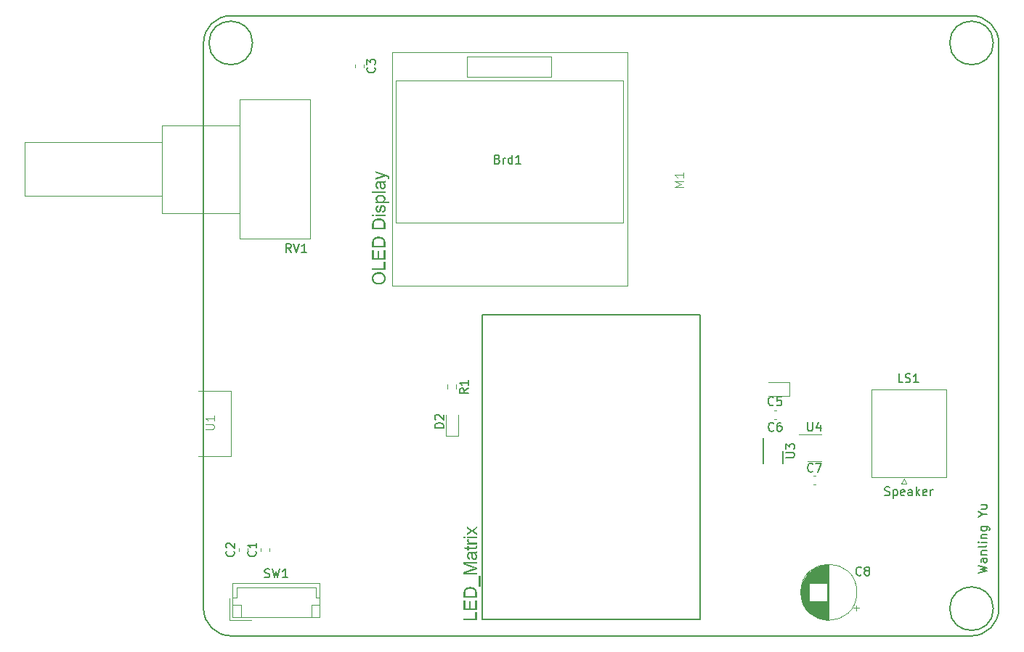
<source format=gbr>
%TF.GenerationSoftware,KiCad,Pcbnew,7.0.10*%
%TF.CreationDate,2024-02-14T22:25:51-08:00*%
%TF.ProjectId,pcb_lab,7063625f-6c61-4622-9e6b-696361645f70,rev?*%
%TF.SameCoordinates,Original*%
%TF.FileFunction,Legend,Top*%
%TF.FilePolarity,Positive*%
%FSLAX46Y46*%
G04 Gerber Fmt 4.6, Leading zero omitted, Abs format (unit mm)*
G04 Created by KiCad (PCBNEW 7.0.10) date 2024-02-14 22:25:51*
%MOMM*%
%LPD*%
G01*
G04 APERTURE LIST*
%ADD10C,0.150000*%
%ADD11C,0.100000*%
%ADD12C,0.120000*%
G04 APERTURE END LIST*
D10*
X76835000Y-114300000D02*
G75*
G03*
X80010000Y-117475000I3175000J0D01*
G01*
X109347000Y-80031790D02*
X134747000Y-80031790D01*
X134747000Y-115591790D01*
X109347000Y-115591790D01*
X109347000Y-80031790D01*
X169545000Y-48260000D02*
G75*
G03*
X166370000Y-45085000I-3175000J0D01*
G01*
X82550000Y-48260000D02*
G75*
G03*
X77470000Y-48260000I-2540000J0D01*
G01*
X77470000Y-48260000D02*
G75*
G03*
X82550000Y-48260000I2540000J0D01*
G01*
X80010000Y-45085000D02*
X166370000Y-45085000D01*
X166370000Y-117475000D02*
X80010000Y-117475000D01*
X168910000Y-114300000D02*
G75*
G03*
X163830000Y-114300000I-2540000J0D01*
G01*
X163830000Y-114300000D02*
G75*
G03*
X168910000Y-114300000I2540000J0D01*
G01*
X80010000Y-45085000D02*
G75*
G03*
X76835000Y-48260000I0J-3175000D01*
G01*
X168910000Y-48260000D02*
G75*
G03*
X163830000Y-48260000I-2540000J0D01*
G01*
X163830000Y-48260000D02*
G75*
G03*
X168910000Y-48260000I2540000J0D01*
G01*
X76835000Y-114300000D02*
X76835000Y-48260000D01*
X166370000Y-117475000D02*
G75*
G03*
X169545000Y-114300000I0J3175000D01*
G01*
X169545000Y-48260000D02*
X169545000Y-114300000D01*
G36*
X108706920Y-115666920D02*
G01*
X107158459Y-115666920D01*
X107158459Y-115463685D01*
X108516340Y-115463685D01*
X108516340Y-114708066D01*
X108706920Y-114708066D01*
X108706920Y-115666920D01*
G37*
G36*
X108706920Y-114467608D02*
G01*
X107158459Y-114467608D01*
X107158459Y-113358002D01*
X107349039Y-113358002D01*
X107349039Y-114264744D01*
X107801666Y-114264744D01*
X107801666Y-113415697D01*
X107992245Y-113415697D01*
X107992245Y-114264744D01*
X108516340Y-114264744D01*
X108516340Y-113322268D01*
X108706920Y-113322268D01*
X108706920Y-114467608D01*
G37*
G36*
X107946025Y-111781412D02*
G01*
X107967609Y-111781892D01*
X107988878Y-111782691D01*
X108009833Y-111783811D01*
X108030474Y-111785250D01*
X108050801Y-111787010D01*
X108070814Y-111789089D01*
X108090513Y-111791488D01*
X108109898Y-111794207D01*
X108128969Y-111797246D01*
X108147725Y-111800605D01*
X108166168Y-111804283D01*
X108184297Y-111808282D01*
X108202111Y-111812600D01*
X108219612Y-111817239D01*
X108236798Y-111822197D01*
X108253644Y-111827360D01*
X108270124Y-111832706D01*
X108286237Y-111838236D01*
X108301984Y-111843949D01*
X108317365Y-111849845D01*
X108332379Y-111855924D01*
X108347026Y-111862186D01*
X108361308Y-111868632D01*
X108375222Y-111875261D01*
X108388771Y-111882073D01*
X108401953Y-111889068D01*
X108421039Y-111899904D01*
X108439301Y-111911153D01*
X108456738Y-111922814D01*
X108462367Y-111926792D01*
X108478783Y-111938901D01*
X108494533Y-111951220D01*
X108509614Y-111963747D01*
X108524029Y-111976484D01*
X108537775Y-111989431D01*
X108550855Y-112002587D01*
X108563267Y-112015952D01*
X108575012Y-112029527D01*
X108586089Y-112043311D01*
X108596499Y-112057304D01*
X108603068Y-112066749D01*
X108612414Y-112081198D01*
X108621328Y-112096210D01*
X108629810Y-112111785D01*
X108637860Y-112127922D01*
X108645478Y-112144622D01*
X108652665Y-112161885D01*
X108659419Y-112179710D01*
X108665742Y-112198099D01*
X108671633Y-112217049D01*
X108677092Y-112236563D01*
X108680491Y-112249884D01*
X108685214Y-112270266D01*
X108689473Y-112291210D01*
X108693267Y-112312717D01*
X108696596Y-112334787D01*
X108698557Y-112349813D01*
X108700312Y-112365088D01*
X108701861Y-112380614D01*
X108703203Y-112396390D01*
X108704339Y-112412416D01*
X108705268Y-112428693D01*
X108705990Y-112445219D01*
X108706507Y-112461995D01*
X108706816Y-112479022D01*
X108706920Y-112496298D01*
X108706920Y-113050171D01*
X107158459Y-113050171D01*
X107158459Y-112846935D01*
X107349039Y-112846935D01*
X108516340Y-112846935D01*
X108516340Y-112519376D01*
X108516231Y-112500649D01*
X108515904Y-112482433D01*
X108515358Y-112464729D01*
X108514595Y-112447537D01*
X108513613Y-112430856D01*
X108512414Y-112414688D01*
X108510996Y-112399031D01*
X108509360Y-112383886D01*
X108506498Y-112362128D01*
X108503145Y-112341522D01*
X108499301Y-112322067D01*
X108494966Y-112303764D01*
X108490140Y-112286613D01*
X108488423Y-112281151D01*
X108482919Y-112265267D01*
X108477016Y-112249998D01*
X108470714Y-112235344D01*
X108464013Y-112221305D01*
X108456913Y-112207880D01*
X108446825Y-112190938D01*
X108436027Y-112175090D01*
X108424520Y-112160334D01*
X108412304Y-112146672D01*
X108409139Y-112143428D01*
X108395167Y-112130169D01*
X108380332Y-112117474D01*
X108364633Y-112105341D01*
X108348070Y-112093771D01*
X108330644Y-112082763D01*
X108312354Y-112072318D01*
X108293200Y-112062436D01*
X108273183Y-112053116D01*
X108259358Y-112047216D01*
X108245150Y-112041566D01*
X108230557Y-112036166D01*
X108215581Y-112031016D01*
X108200211Y-112026102D01*
X108184436Y-112021506D01*
X108168257Y-112017227D01*
X108151674Y-112013265D01*
X108134687Y-112009620D01*
X108117296Y-112006292D01*
X108099500Y-112003280D01*
X108081300Y-112000586D01*
X108062696Y-111998209D01*
X108043688Y-111996148D01*
X108024276Y-111994405D01*
X108004459Y-111992979D01*
X107984238Y-111991869D01*
X107963613Y-111991077D01*
X107942584Y-111990601D01*
X107921150Y-111990443D01*
X107891621Y-111990753D01*
X107862961Y-111991682D01*
X107835170Y-111993230D01*
X107808249Y-111995398D01*
X107782198Y-111998185D01*
X107757016Y-112001592D01*
X107732703Y-112005618D01*
X107709260Y-112010264D01*
X107686687Y-112015529D01*
X107664983Y-112021413D01*
X107644149Y-112027917D01*
X107624184Y-112035040D01*
X107605088Y-112042783D01*
X107586862Y-112051145D01*
X107569506Y-112060126D01*
X107553019Y-112069727D01*
X107537251Y-112079725D01*
X107522147Y-112089990D01*
X107507706Y-112100523D01*
X107493928Y-112111323D01*
X107480813Y-112122391D01*
X107468360Y-112133727D01*
X107456571Y-112145330D01*
X107445445Y-112157200D01*
X107434982Y-112169338D01*
X107425182Y-112181744D01*
X107416045Y-112194417D01*
X107407571Y-112207358D01*
X107399760Y-112220566D01*
X107392612Y-112234042D01*
X107386128Y-112247785D01*
X107380306Y-112261796D01*
X107374718Y-112277957D01*
X107369680Y-112295872D01*
X107365191Y-112315540D01*
X107361252Y-112336962D01*
X107358932Y-112352218D01*
X107356855Y-112368252D01*
X107355023Y-112385067D01*
X107353436Y-112402660D01*
X107352092Y-112421033D01*
X107350993Y-112440185D01*
X107350138Y-112460117D01*
X107349527Y-112480828D01*
X107349161Y-112502318D01*
X107349039Y-112524587D01*
X107349039Y-112846935D01*
X107158459Y-112846935D01*
X107158459Y-112521610D01*
X107158546Y-112499560D01*
X107158808Y-112478170D01*
X107159244Y-112457440D01*
X107159855Y-112437370D01*
X107160640Y-112417961D01*
X107161600Y-112399211D01*
X107162734Y-112381122D01*
X107164042Y-112363693D01*
X107165525Y-112346924D01*
X107167183Y-112330815D01*
X107169015Y-112315366D01*
X107171022Y-112300577D01*
X107174359Y-112279632D01*
X107178088Y-112260172D01*
X107180792Y-112248023D01*
X107184803Y-112231704D01*
X107189202Y-112215686D01*
X107193992Y-112199971D01*
X107199171Y-112184559D01*
X107204740Y-112169449D01*
X107210699Y-112154641D01*
X107217047Y-112140136D01*
X107223785Y-112125933D01*
X107230912Y-112112033D01*
X107238429Y-112098435D01*
X107246336Y-112085140D01*
X107254633Y-112072147D01*
X107263319Y-112059456D01*
X107272395Y-112047068D01*
X107281861Y-112034982D01*
X107291716Y-112023199D01*
X107304876Y-112008225D01*
X107318487Y-111993735D01*
X107332549Y-111979727D01*
X107347061Y-111966202D01*
X107362024Y-111953159D01*
X107377438Y-111940600D01*
X107393303Y-111928523D01*
X107409618Y-111916928D01*
X107426385Y-111905817D01*
X107443602Y-111895188D01*
X107461269Y-111885042D01*
X107479388Y-111875379D01*
X107497957Y-111866198D01*
X107516977Y-111857500D01*
X107536447Y-111849285D01*
X107556369Y-111841552D01*
X107576649Y-111834250D01*
X107597290Y-111827420D01*
X107618292Y-111821060D01*
X107639654Y-111815171D01*
X107661377Y-111809753D01*
X107683461Y-111804807D01*
X107705905Y-111800331D01*
X107728709Y-111796327D01*
X107751875Y-111792794D01*
X107775400Y-111789732D01*
X107799287Y-111787141D01*
X107823534Y-111785021D01*
X107848142Y-111783372D01*
X107873110Y-111782194D01*
X107898439Y-111781487D01*
X107924128Y-111781252D01*
X107946025Y-111781412D01*
G37*
G36*
X109135724Y-111708296D02*
G01*
X108945144Y-111708296D01*
X108945144Y-110459477D01*
X109135724Y-110459477D01*
X109135724Y-111708296D01*
G37*
G36*
X108706920Y-110329942D02*
G01*
X107158459Y-110329942D01*
X107158459Y-110024345D01*
X108244987Y-109661052D01*
X108263672Y-109654877D01*
X108281762Y-109648914D01*
X108299255Y-109643163D01*
X108316152Y-109637625D01*
X108332453Y-109632299D01*
X108348158Y-109627185D01*
X108363266Y-109622284D01*
X108377779Y-109617595D01*
X108398429Y-109610959D01*
X108417739Y-109604801D01*
X108435707Y-109599120D01*
X108452334Y-109593918D01*
X108467620Y-109589192D01*
X108472417Y-109587723D01*
X108456023Y-109582580D01*
X108438249Y-109576919D01*
X108419095Y-109570741D01*
X108398559Y-109564046D01*
X108384102Y-109559296D01*
X108369031Y-109554316D01*
X108353347Y-109549106D01*
X108337049Y-109543667D01*
X108320137Y-109537998D01*
X108302612Y-109532099D01*
X108284473Y-109525970D01*
X108265721Y-109519612D01*
X108246355Y-109513024D01*
X108226376Y-109506206D01*
X107158459Y-109138819D01*
X107158459Y-108865605D01*
X108706920Y-108865605D01*
X108706920Y-109061396D01*
X107396684Y-109061396D01*
X108706920Y-109507323D01*
X108706920Y-109690458D01*
X107396684Y-110134524D01*
X108706920Y-110134524D01*
X108706920Y-110329942D01*
G37*
G36*
X108706920Y-107808483D02*
G01*
X108691333Y-107815503D01*
X108675094Y-107821860D01*
X108658204Y-107827553D01*
X108640663Y-107832584D01*
X108622471Y-107836952D01*
X108603627Y-107840657D01*
X108584131Y-107843699D01*
X108569082Y-107845545D01*
X108563985Y-107846078D01*
X108575220Y-107859121D01*
X108586033Y-107872104D01*
X108596425Y-107885026D01*
X108606395Y-107897887D01*
X108615944Y-107910686D01*
X108625070Y-107923425D01*
X108633776Y-107936102D01*
X108642059Y-107948719D01*
X108653694Y-107967529D01*
X108664380Y-107986202D01*
X108674117Y-108004737D01*
X108682905Y-108023135D01*
X108690745Y-108041396D01*
X108693147Y-108047452D01*
X108699866Y-108065725D01*
X108705924Y-108084254D01*
X108711320Y-108103038D01*
X108716056Y-108122077D01*
X108720132Y-108141372D01*
X108723546Y-108160921D01*
X108726300Y-108180726D01*
X108728392Y-108200786D01*
X108729824Y-108221101D01*
X108730595Y-108241671D01*
X108730742Y-108255526D01*
X108730389Y-108278088D01*
X108729329Y-108299990D01*
X108727562Y-108321231D01*
X108725089Y-108341813D01*
X108721909Y-108361734D01*
X108718022Y-108380996D01*
X108713429Y-108399597D01*
X108708129Y-108417538D01*
X108702123Y-108434819D01*
X108695410Y-108451439D01*
X108687990Y-108467400D01*
X108679863Y-108482700D01*
X108671030Y-108497341D01*
X108661490Y-108511321D01*
X108651244Y-108524641D01*
X108640291Y-108537301D01*
X108628788Y-108549201D01*
X108616893Y-108560333D01*
X108604605Y-108570697D01*
X108591925Y-108580293D01*
X108578852Y-108589122D01*
X108565386Y-108597183D01*
X108551528Y-108604477D01*
X108537277Y-108611002D01*
X108522634Y-108616760D01*
X108507598Y-108621750D01*
X108492170Y-108625973D01*
X108476349Y-108629427D01*
X108460135Y-108632114D01*
X108443529Y-108634034D01*
X108426530Y-108635185D01*
X108409139Y-108635569D01*
X108393772Y-108635242D01*
X108378661Y-108634260D01*
X108363805Y-108632625D01*
X108344394Y-108629426D01*
X108325437Y-108625064D01*
X108306933Y-108619539D01*
X108288883Y-108612850D01*
X108271287Y-108604999D01*
X108258387Y-108598346D01*
X108241776Y-108588686D01*
X108226003Y-108578316D01*
X108211068Y-108567237D01*
X108196970Y-108555447D01*
X108183709Y-108542949D01*
X108171286Y-108529741D01*
X108159701Y-108515823D01*
X108148953Y-108501195D01*
X108138937Y-108485882D01*
X108129550Y-108470091D01*
X108120791Y-108453824D01*
X108112661Y-108437080D01*
X108105158Y-108419858D01*
X108098283Y-108402160D01*
X108092037Y-108383985D01*
X108086419Y-108365333D01*
X108082714Y-108350583D01*
X108079044Y-108334066D01*
X108075409Y-108315780D01*
X108072705Y-108300906D01*
X108070022Y-108285037D01*
X108067358Y-108268173D01*
X108064713Y-108250315D01*
X108062088Y-108231462D01*
X108059483Y-108211615D01*
X108057757Y-108197831D01*
X108054273Y-108169779D01*
X108050708Y-108142666D01*
X108047061Y-108116493D01*
X108043333Y-108091258D01*
X108039524Y-108066963D01*
X108035633Y-108043607D01*
X108031661Y-108021191D01*
X108027607Y-107999714D01*
X108023472Y-107979176D01*
X108019255Y-107959577D01*
X108014957Y-107940918D01*
X108010578Y-107923198D01*
X108006117Y-107906417D01*
X108001574Y-107890576D01*
X107996951Y-107875674D01*
X107992245Y-107861711D01*
X108182825Y-107861711D01*
X108189158Y-107881873D01*
X108193281Y-107896315D01*
X108197326Y-107911556D01*
X108201293Y-107927596D01*
X108205181Y-107944436D01*
X108208990Y-107962076D01*
X108212721Y-107980516D01*
X108216374Y-107999756D01*
X108219948Y-108019795D01*
X108223443Y-108040634D01*
X108226860Y-108062272D01*
X108230199Y-108084710D01*
X108233458Y-108107948D01*
X108236640Y-108131986D01*
X108239743Y-108156823D01*
X108241265Y-108169542D01*
X108243876Y-108190722D01*
X108246547Y-108210711D01*
X108249277Y-108229509D01*
X108252065Y-108247116D01*
X108254912Y-108263533D01*
X108257819Y-108278758D01*
X108261785Y-108297207D01*
X108265856Y-108313538D01*
X108271093Y-108330975D01*
X108272159Y-108334066D01*
X108277901Y-108348544D01*
X108284424Y-108361968D01*
X108293283Y-108376686D01*
X108303268Y-108389885D01*
X108314378Y-108401567D01*
X108322410Y-108408511D01*
X108335082Y-108417366D01*
X108348251Y-108424389D01*
X108364243Y-108430267D01*
X108380912Y-108433651D01*
X108395738Y-108434567D01*
X108410866Y-108433677D01*
X108428876Y-108430062D01*
X108445886Y-108423666D01*
X108461896Y-108414490D01*
X108473985Y-108405146D01*
X108485434Y-108394023D01*
X108496243Y-108381120D01*
X108498845Y-108377616D01*
X108508529Y-108362466D01*
X108516921Y-108345675D01*
X108524023Y-108327244D01*
X108528501Y-108312344D01*
X108532254Y-108296522D01*
X108535280Y-108279777D01*
X108537580Y-108262110D01*
X108539153Y-108243520D01*
X108540001Y-108224008D01*
X108540162Y-108210487D01*
X108539763Y-108190317D01*
X108538566Y-108170566D01*
X108536570Y-108151233D01*
X108533776Y-108132319D01*
X108530184Y-108113824D01*
X108525794Y-108095748D01*
X108520605Y-108078091D01*
X108514618Y-108060852D01*
X108507833Y-108044032D01*
X108500250Y-108027631D01*
X108494751Y-108016929D01*
X108485999Y-108001412D01*
X108476914Y-107986687D01*
X108467496Y-107972754D01*
X108457743Y-107959612D01*
X108447657Y-107947262D01*
X108437237Y-107935704D01*
X108426484Y-107924937D01*
X108415397Y-107914963D01*
X108400095Y-107902894D01*
X108384199Y-107892234D01*
X108370985Y-107885080D01*
X108356283Y-107878880D01*
X108340091Y-107873634D01*
X108322410Y-107869342D01*
X108303240Y-107866003D01*
X108287886Y-107864125D01*
X108271694Y-107862784D01*
X108254665Y-107861979D01*
X108236798Y-107861711D01*
X108182825Y-107861711D01*
X107992245Y-107861711D01*
X107977031Y-107861385D01*
X107961125Y-107861089D01*
X107949812Y-107860967D01*
X107931624Y-107861434D01*
X107914470Y-107862838D01*
X107898351Y-107865177D01*
X107883265Y-107868452D01*
X107864758Y-107874274D01*
X107848089Y-107881759D01*
X107833258Y-107890907D01*
X107820265Y-107901720D01*
X107809110Y-107914195D01*
X107799265Y-107928353D01*
X107790388Y-107943748D01*
X107782480Y-107960379D01*
X107775540Y-107978247D01*
X107769568Y-107997351D01*
X107764565Y-108017693D01*
X107760530Y-108039270D01*
X107758378Y-108054343D01*
X107756657Y-108069965D01*
X107755366Y-108086136D01*
X107754505Y-108102857D01*
X107754074Y-108120128D01*
X107754021Y-108128969D01*
X107754165Y-108145308D01*
X107754596Y-108161103D01*
X107755316Y-108176354D01*
X107756936Y-108198211D01*
X107759203Y-108218845D01*
X107762118Y-108238254D01*
X107765680Y-108256441D01*
X107769891Y-108273404D01*
X107774749Y-108289143D01*
X107780255Y-108303659D01*
X107788604Y-108321110D01*
X107790871Y-108325133D01*
X107800880Y-108340440D01*
X107812670Y-108354724D01*
X107826238Y-108367985D01*
X107841587Y-108380222D01*
X107854266Y-108388728D01*
X107867947Y-108396658D01*
X107882628Y-108404012D01*
X107898311Y-108410791D01*
X107914994Y-108416994D01*
X107920778Y-108418933D01*
X107896956Y-108603185D01*
X107875712Y-108598221D01*
X107855255Y-108592682D01*
X107835582Y-108586566D01*
X107816694Y-108579875D01*
X107798592Y-108572608D01*
X107781275Y-108564765D01*
X107764743Y-108556346D01*
X107748996Y-108547351D01*
X107734034Y-108537781D01*
X107719857Y-108527635D01*
X107710842Y-108520551D01*
X107697867Y-108509285D01*
X107685460Y-108497123D01*
X107673622Y-108484064D01*
X107662354Y-108470109D01*
X107651655Y-108455257D01*
X107641526Y-108439509D01*
X107631965Y-108422865D01*
X107622974Y-108405324D01*
X107614552Y-108386887D01*
X107606699Y-108367553D01*
X107601780Y-108354166D01*
X107594929Y-108333416D01*
X107588751Y-108312064D01*
X107585007Y-108297495D01*
X107581562Y-108282658D01*
X107578417Y-108267554D01*
X107575572Y-108252182D01*
X107573026Y-108236543D01*
X107570779Y-108220636D01*
X107568832Y-108204461D01*
X107567185Y-108188020D01*
X107565837Y-108171310D01*
X107564789Y-108154333D01*
X107564040Y-108137089D01*
X107563591Y-108119576D01*
X107563441Y-108101797D01*
X107563573Y-108084186D01*
X107563970Y-108066994D01*
X107564632Y-108050220D01*
X107565558Y-108033866D01*
X107566749Y-108017930D01*
X107568204Y-108002412D01*
X107569924Y-107987314D01*
X107573001Y-107965452D01*
X107576672Y-107944531D01*
X107580940Y-107924553D01*
X107585802Y-107905517D01*
X107591260Y-107887424D01*
X107597313Y-107870272D01*
X107603818Y-107854007D01*
X107610631Y-107838573D01*
X107617751Y-107823970D01*
X107625178Y-107810198D01*
X107632913Y-107797257D01*
X107643705Y-107781295D01*
X107655043Y-107766810D01*
X107666928Y-107753803D01*
X107679360Y-107742273D01*
X107682553Y-107739621D01*
X107695727Y-107729501D01*
X107709749Y-107720172D01*
X107724621Y-107711634D01*
X107740341Y-107703887D01*
X107756911Y-107696931D01*
X107774330Y-107690766D01*
X107792598Y-107685392D01*
X107811716Y-107680809D01*
X107828546Y-107678128D01*
X107844470Y-107676311D01*
X107862581Y-107674784D01*
X107877600Y-107673830D01*
X107893848Y-107673039D01*
X107911327Y-107672412D01*
X107930036Y-107671949D01*
X107949974Y-107671649D01*
X107971143Y-107671513D01*
X107978473Y-107671503D01*
X108215209Y-107671503D01*
X108230542Y-107671492D01*
X108245555Y-107671457D01*
X108274620Y-107671317D01*
X108302401Y-107671085D01*
X108328901Y-107670759D01*
X108354117Y-107670340D01*
X108378052Y-107669828D01*
X108400704Y-107669224D01*
X108422073Y-107668526D01*
X108442161Y-107667735D01*
X108460965Y-107666851D01*
X108478488Y-107665874D01*
X108494727Y-107664803D01*
X108509685Y-107663640D01*
X108529716Y-107661721D01*
X108546862Y-107659592D01*
X108562437Y-107657083D01*
X108577894Y-107654162D01*
X108593233Y-107650828D01*
X108608454Y-107647082D01*
X108623558Y-107642924D01*
X108638543Y-107638354D01*
X108653411Y-107633371D01*
X108668161Y-107627976D01*
X108682794Y-107622169D01*
X108697309Y-107615950D01*
X108706920Y-107611575D01*
X108706920Y-107808483D01*
G37*
G36*
X108546118Y-106973580D02*
G01*
X108712503Y-106946407D01*
X108715762Y-106961192D01*
X108719610Y-106980437D01*
X108722887Y-106999148D01*
X108725594Y-107017323D01*
X108727732Y-107034963D01*
X108729299Y-107052068D01*
X108730297Y-107068638D01*
X108730724Y-107084672D01*
X108730742Y-107088597D01*
X108730464Y-107107454D01*
X108729630Y-107125500D01*
X108728239Y-107142734D01*
X108726293Y-107159158D01*
X108723790Y-107174769D01*
X108720731Y-107189570D01*
X108715787Y-107208041D01*
X108709855Y-107225071D01*
X108702934Y-107240658D01*
X108699103Y-107247910D01*
X108690885Y-107261444D01*
X108682050Y-107273943D01*
X108670140Y-107288110D01*
X108657267Y-107300660D01*
X108643430Y-107311592D01*
X108628630Y-107320907D01*
X108616096Y-107327194D01*
X108601481Y-107332603D01*
X108583317Y-107337291D01*
X108567366Y-107340333D01*
X108549420Y-107342970D01*
X108529478Y-107345202D01*
X108507540Y-107347027D01*
X108491806Y-107348019D01*
X108475185Y-107348830D01*
X108457678Y-107349461D01*
X108439283Y-107349912D01*
X108420002Y-107350182D01*
X108399833Y-107350272D01*
X107777843Y-107350272D01*
X107777843Y-107488740D01*
X107587263Y-107488740D01*
X107587263Y-107350272D01*
X107311816Y-107350272D01*
X107199032Y-107163043D01*
X107587263Y-107163043D01*
X107587263Y-106973580D01*
X107777843Y-106973580D01*
X107777843Y-107163043D01*
X108394250Y-107163043D01*
X108412477Y-107162891D01*
X108429006Y-107162438D01*
X108447279Y-107161445D01*
X108462899Y-107159980D01*
X108478140Y-107157599D01*
X108492517Y-107153365D01*
X108506560Y-107145004D01*
X108517494Y-107134884D01*
X108526684Y-107122365D01*
X108527507Y-107120981D01*
X108533624Y-107106678D01*
X108537381Y-107091393D01*
X108539371Y-107076035D01*
X108540150Y-107058824D01*
X108540162Y-107056214D01*
X108540534Y-107039324D01*
X108541471Y-107022484D01*
X108542727Y-107006519D01*
X108544402Y-106989141D01*
X108546118Y-106973580D01*
G37*
G36*
X108706920Y-106794539D02*
G01*
X107587263Y-106794539D01*
X107587263Y-106624804D01*
X107752904Y-106624804D01*
X107738742Y-106616746D01*
X107725196Y-106608763D01*
X107712267Y-106600856D01*
X107694030Y-106589138D01*
X107677179Y-106577589D01*
X107661716Y-106566211D01*
X107647640Y-106555003D01*
X107634951Y-106543964D01*
X107623648Y-106533096D01*
X107610737Y-106518870D01*
X107600291Y-106504947D01*
X107591654Y-106491006D01*
X107584169Y-106476727D01*
X107577836Y-106462112D01*
X107572654Y-106447159D01*
X107568623Y-106431868D01*
X107565744Y-106416241D01*
X107564017Y-106400276D01*
X107563441Y-106383973D01*
X107563958Y-106366080D01*
X107565509Y-106348135D01*
X107568093Y-106330137D01*
X107571711Y-106312087D01*
X107576363Y-106293985D01*
X107582049Y-106275830D01*
X107588769Y-106257623D01*
X107596523Y-106239364D01*
X107605310Y-106221052D01*
X107615131Y-106202688D01*
X107622253Y-106190416D01*
X107796454Y-106255183D01*
X107788871Y-106268161D01*
X107779920Y-106285455D01*
X107772295Y-106302738D01*
X107765997Y-106320008D01*
X107761024Y-106337267D01*
X107757377Y-106354515D01*
X107755057Y-106371751D01*
X107754062Y-106388975D01*
X107754021Y-106393279D01*
X107754608Y-106408535D01*
X107756370Y-106423406D01*
X107760225Y-106441456D01*
X107765916Y-106458906D01*
X107773442Y-106475756D01*
X107780785Y-106488804D01*
X107789303Y-106501469D01*
X107791616Y-106504575D01*
X107801468Y-106516416D01*
X107812228Y-106527374D01*
X107823895Y-106537447D01*
X107836469Y-106546636D01*
X107849950Y-106554942D01*
X107864339Y-106562363D01*
X107879635Y-106568900D01*
X107895839Y-106574553D01*
X107915062Y-106580207D01*
X107934626Y-106585306D01*
X107954530Y-106589848D01*
X107974774Y-106593833D01*
X107995358Y-106597263D01*
X108016283Y-106600136D01*
X108037548Y-106602454D01*
X108059153Y-106604215D01*
X108081098Y-106605420D01*
X108103384Y-106606069D01*
X108118430Y-106606192D01*
X108706920Y-106606192D01*
X108706920Y-106794539D01*
G37*
G36*
X107349039Y-106080981D02*
G01*
X107158459Y-106080981D01*
X107158459Y-105892635D01*
X107349039Y-105892635D01*
X107349039Y-106080981D01*
G37*
G36*
X108706920Y-106080981D02*
G01*
X107587263Y-106080981D01*
X107587263Y-105892635D01*
X108706920Y-105892635D01*
X108706920Y-106080981D01*
G37*
G36*
X108706920Y-105734439D02*
G01*
X108127736Y-105327968D01*
X107587263Y-105703916D01*
X107587263Y-105468297D01*
X107848566Y-105297818D01*
X107862013Y-105288978D01*
X107874996Y-105280466D01*
X107887514Y-105272280D01*
X107903481Y-105261875D01*
X107918624Y-105252052D01*
X107932940Y-105242810D01*
X107946430Y-105234150D01*
X107959094Y-105226072D01*
X107968051Y-105220395D01*
X107953691Y-105208972D01*
X107939459Y-105197782D01*
X107925355Y-105186824D01*
X107911379Y-105176100D01*
X107897531Y-105165608D01*
X107883811Y-105155348D01*
X107870219Y-105145321D01*
X107856755Y-105135527D01*
X107587263Y-104948297D01*
X107587263Y-104723101D01*
X108122897Y-105097932D01*
X108706920Y-104693695D01*
X108706920Y-104925219D01*
X108367077Y-105153394D01*
X108285560Y-105214067D01*
X108706920Y-105506264D01*
X108706920Y-105734439D01*
G37*
X167144819Y-110121458D02*
X168144819Y-109883363D01*
X168144819Y-109883363D02*
X167430533Y-109692887D01*
X167430533Y-109692887D02*
X168144819Y-109502411D01*
X168144819Y-109502411D02*
X167144819Y-109264316D01*
X168144819Y-108454792D02*
X167621009Y-108454792D01*
X167621009Y-108454792D02*
X167525771Y-108502411D01*
X167525771Y-108502411D02*
X167478152Y-108597649D01*
X167478152Y-108597649D02*
X167478152Y-108788125D01*
X167478152Y-108788125D02*
X167525771Y-108883363D01*
X168097200Y-108454792D02*
X168144819Y-108550030D01*
X168144819Y-108550030D02*
X168144819Y-108788125D01*
X168144819Y-108788125D02*
X168097200Y-108883363D01*
X168097200Y-108883363D02*
X168001961Y-108930982D01*
X168001961Y-108930982D02*
X167906723Y-108930982D01*
X167906723Y-108930982D02*
X167811485Y-108883363D01*
X167811485Y-108883363D02*
X167763866Y-108788125D01*
X167763866Y-108788125D02*
X167763866Y-108550030D01*
X167763866Y-108550030D02*
X167716247Y-108454792D01*
X167478152Y-107978601D02*
X168144819Y-107978601D01*
X167573390Y-107978601D02*
X167525771Y-107930982D01*
X167525771Y-107930982D02*
X167478152Y-107835744D01*
X167478152Y-107835744D02*
X167478152Y-107692887D01*
X167478152Y-107692887D02*
X167525771Y-107597649D01*
X167525771Y-107597649D02*
X167621009Y-107550030D01*
X167621009Y-107550030D02*
X168144819Y-107550030D01*
X168144819Y-106930982D02*
X168097200Y-107026220D01*
X168097200Y-107026220D02*
X168001961Y-107073839D01*
X168001961Y-107073839D02*
X167144819Y-107073839D01*
X168144819Y-106550029D02*
X167478152Y-106550029D01*
X167144819Y-106550029D02*
X167192438Y-106597648D01*
X167192438Y-106597648D02*
X167240057Y-106550029D01*
X167240057Y-106550029D02*
X167192438Y-106502410D01*
X167192438Y-106502410D02*
X167144819Y-106550029D01*
X167144819Y-106550029D02*
X167240057Y-106550029D01*
X167478152Y-106073839D02*
X168144819Y-106073839D01*
X167573390Y-106073839D02*
X167525771Y-106026220D01*
X167525771Y-106026220D02*
X167478152Y-105930982D01*
X167478152Y-105930982D02*
X167478152Y-105788125D01*
X167478152Y-105788125D02*
X167525771Y-105692887D01*
X167525771Y-105692887D02*
X167621009Y-105645268D01*
X167621009Y-105645268D02*
X168144819Y-105645268D01*
X167478152Y-104740506D02*
X168287676Y-104740506D01*
X168287676Y-104740506D02*
X168382914Y-104788125D01*
X168382914Y-104788125D02*
X168430533Y-104835744D01*
X168430533Y-104835744D02*
X168478152Y-104930982D01*
X168478152Y-104930982D02*
X168478152Y-105073839D01*
X168478152Y-105073839D02*
X168430533Y-105169077D01*
X168097200Y-104740506D02*
X168144819Y-104835744D01*
X168144819Y-104835744D02*
X168144819Y-105026220D01*
X168144819Y-105026220D02*
X168097200Y-105121458D01*
X168097200Y-105121458D02*
X168049580Y-105169077D01*
X168049580Y-105169077D02*
X167954342Y-105216696D01*
X167954342Y-105216696D02*
X167668628Y-105216696D01*
X167668628Y-105216696D02*
X167573390Y-105169077D01*
X167573390Y-105169077D02*
X167525771Y-105121458D01*
X167525771Y-105121458D02*
X167478152Y-105026220D01*
X167478152Y-105026220D02*
X167478152Y-104835744D01*
X167478152Y-104835744D02*
X167525771Y-104740506D01*
X167668628Y-103311934D02*
X168144819Y-103311934D01*
X167144819Y-103645267D02*
X167668628Y-103311934D01*
X167668628Y-103311934D02*
X167144819Y-102978601D01*
X167478152Y-102216696D02*
X168144819Y-102216696D01*
X167478152Y-102645267D02*
X168001961Y-102645267D01*
X168001961Y-102645267D02*
X168097200Y-102597648D01*
X168097200Y-102597648D02*
X168144819Y-102502410D01*
X168144819Y-102502410D02*
X168144819Y-102359553D01*
X168144819Y-102359553D02*
X168097200Y-102264315D01*
X168097200Y-102264315D02*
X168049580Y-102216696D01*
X156262460Y-101041200D02*
X156405317Y-101088819D01*
X156405317Y-101088819D02*
X156643412Y-101088819D01*
X156643412Y-101088819D02*
X156738650Y-101041200D01*
X156738650Y-101041200D02*
X156786269Y-100993580D01*
X156786269Y-100993580D02*
X156833888Y-100898342D01*
X156833888Y-100898342D02*
X156833888Y-100803104D01*
X156833888Y-100803104D02*
X156786269Y-100707866D01*
X156786269Y-100707866D02*
X156738650Y-100660247D01*
X156738650Y-100660247D02*
X156643412Y-100612628D01*
X156643412Y-100612628D02*
X156452936Y-100565009D01*
X156452936Y-100565009D02*
X156357698Y-100517390D01*
X156357698Y-100517390D02*
X156310079Y-100469771D01*
X156310079Y-100469771D02*
X156262460Y-100374533D01*
X156262460Y-100374533D02*
X156262460Y-100279295D01*
X156262460Y-100279295D02*
X156310079Y-100184057D01*
X156310079Y-100184057D02*
X156357698Y-100136438D01*
X156357698Y-100136438D02*
X156452936Y-100088819D01*
X156452936Y-100088819D02*
X156691031Y-100088819D01*
X156691031Y-100088819D02*
X156833888Y-100136438D01*
X157262460Y-100422152D02*
X157262460Y-101422152D01*
X157262460Y-100469771D02*
X157357698Y-100422152D01*
X157357698Y-100422152D02*
X157548174Y-100422152D01*
X157548174Y-100422152D02*
X157643412Y-100469771D01*
X157643412Y-100469771D02*
X157691031Y-100517390D01*
X157691031Y-100517390D02*
X157738650Y-100612628D01*
X157738650Y-100612628D02*
X157738650Y-100898342D01*
X157738650Y-100898342D02*
X157691031Y-100993580D01*
X157691031Y-100993580D02*
X157643412Y-101041200D01*
X157643412Y-101041200D02*
X157548174Y-101088819D01*
X157548174Y-101088819D02*
X157357698Y-101088819D01*
X157357698Y-101088819D02*
X157262460Y-101041200D01*
X158548174Y-101041200D02*
X158452936Y-101088819D01*
X158452936Y-101088819D02*
X158262460Y-101088819D01*
X158262460Y-101088819D02*
X158167222Y-101041200D01*
X158167222Y-101041200D02*
X158119603Y-100945961D01*
X158119603Y-100945961D02*
X158119603Y-100565009D01*
X158119603Y-100565009D02*
X158167222Y-100469771D01*
X158167222Y-100469771D02*
X158262460Y-100422152D01*
X158262460Y-100422152D02*
X158452936Y-100422152D01*
X158452936Y-100422152D02*
X158548174Y-100469771D01*
X158548174Y-100469771D02*
X158595793Y-100565009D01*
X158595793Y-100565009D02*
X158595793Y-100660247D01*
X158595793Y-100660247D02*
X158119603Y-100755485D01*
X159452936Y-101088819D02*
X159452936Y-100565009D01*
X159452936Y-100565009D02*
X159405317Y-100469771D01*
X159405317Y-100469771D02*
X159310079Y-100422152D01*
X159310079Y-100422152D02*
X159119603Y-100422152D01*
X159119603Y-100422152D02*
X159024365Y-100469771D01*
X159452936Y-101041200D02*
X159357698Y-101088819D01*
X159357698Y-101088819D02*
X159119603Y-101088819D01*
X159119603Y-101088819D02*
X159024365Y-101041200D01*
X159024365Y-101041200D02*
X158976746Y-100945961D01*
X158976746Y-100945961D02*
X158976746Y-100850723D01*
X158976746Y-100850723D02*
X159024365Y-100755485D01*
X159024365Y-100755485D02*
X159119603Y-100707866D01*
X159119603Y-100707866D02*
X159357698Y-100707866D01*
X159357698Y-100707866D02*
X159452936Y-100660247D01*
X159929127Y-101088819D02*
X159929127Y-100088819D01*
X160024365Y-100707866D02*
X160310079Y-101088819D01*
X160310079Y-100422152D02*
X159929127Y-100803104D01*
X161119603Y-101041200D02*
X161024365Y-101088819D01*
X161024365Y-101088819D02*
X160833889Y-101088819D01*
X160833889Y-101088819D02*
X160738651Y-101041200D01*
X160738651Y-101041200D02*
X160691032Y-100945961D01*
X160691032Y-100945961D02*
X160691032Y-100565009D01*
X160691032Y-100565009D02*
X160738651Y-100469771D01*
X160738651Y-100469771D02*
X160833889Y-100422152D01*
X160833889Y-100422152D02*
X161024365Y-100422152D01*
X161024365Y-100422152D02*
X161119603Y-100469771D01*
X161119603Y-100469771D02*
X161167222Y-100565009D01*
X161167222Y-100565009D02*
X161167222Y-100660247D01*
X161167222Y-100660247D02*
X160691032Y-100755485D01*
X161595794Y-101088819D02*
X161595794Y-100422152D01*
X161595794Y-100612628D02*
X161643413Y-100517390D01*
X161643413Y-100517390D02*
X161691032Y-100469771D01*
X161691032Y-100469771D02*
X161786270Y-100422152D01*
X161786270Y-100422152D02*
X161881508Y-100422152D01*
G36*
X97296416Y-75009829D02*
G01*
X97325153Y-75010932D01*
X97353506Y-75012772D01*
X97381475Y-75015347D01*
X97409061Y-75018658D01*
X97436262Y-75022704D01*
X97463080Y-75027486D01*
X97489514Y-75033004D01*
X97515564Y-75039258D01*
X97541230Y-75046247D01*
X97566512Y-75053972D01*
X97591411Y-75062433D01*
X97615925Y-75071630D01*
X97640056Y-75081562D01*
X97663803Y-75092230D01*
X97687166Y-75103634D01*
X97709940Y-75115714D01*
X97732013Y-75128410D01*
X97753386Y-75141723D01*
X97774057Y-75155653D01*
X97794028Y-75170199D01*
X97813298Y-75185361D01*
X97831867Y-75201140D01*
X97849736Y-75217535D01*
X97866903Y-75234547D01*
X97883370Y-75252176D01*
X97899136Y-75270420D01*
X97914200Y-75289282D01*
X97928565Y-75308760D01*
X97942228Y-75328854D01*
X97955190Y-75349565D01*
X97967452Y-75370892D01*
X97978991Y-75392588D01*
X97989786Y-75414495D01*
X97999836Y-75436615D01*
X98009141Y-75458947D01*
X98017703Y-75481492D01*
X98025519Y-75504248D01*
X98032592Y-75527217D01*
X98038920Y-75550398D01*
X98044503Y-75573792D01*
X98049342Y-75597398D01*
X98053436Y-75621216D01*
X98056786Y-75645246D01*
X98059392Y-75669489D01*
X98061253Y-75693944D01*
X98062370Y-75718611D01*
X98062742Y-75743491D01*
X98062332Y-75770391D01*
X98061102Y-75796934D01*
X98059052Y-75823120D01*
X98056181Y-75848947D01*
X98052491Y-75874417D01*
X98047981Y-75899529D01*
X98042650Y-75924284D01*
X98036500Y-75948680D01*
X98029530Y-75972720D01*
X98021739Y-75996401D01*
X98013128Y-76019725D01*
X98003698Y-76042691D01*
X97993447Y-76065299D01*
X97982376Y-76087550D01*
X97970485Y-76109443D01*
X97957774Y-76130978D01*
X97944307Y-76151967D01*
X97930241Y-76172313D01*
X97915576Y-76192016D01*
X97900312Y-76211077D01*
X97884449Y-76229494D01*
X97867986Y-76247270D01*
X97850925Y-76264402D01*
X97833265Y-76280892D01*
X97815005Y-76296739D01*
X97796147Y-76311944D01*
X97776689Y-76326506D01*
X97756633Y-76340425D01*
X97735977Y-76353702D01*
X97714722Y-76366336D01*
X97692868Y-76378327D01*
X97670416Y-76389675D01*
X97647580Y-76400313D01*
X97624580Y-76410264D01*
X97601413Y-76419529D01*
X97578080Y-76428108D01*
X97554582Y-76436000D01*
X97530918Y-76443206D01*
X97507088Y-76449726D01*
X97483093Y-76455559D01*
X97458932Y-76460706D01*
X97434605Y-76465167D01*
X97410112Y-76468942D01*
X97385453Y-76472030D01*
X97360629Y-76474432D01*
X97335639Y-76476148D01*
X97310483Y-76477177D01*
X97285162Y-76477521D01*
X97261316Y-76477320D01*
X97237797Y-76476719D01*
X97214605Y-76475718D01*
X97191739Y-76474316D01*
X97169199Y-76472513D01*
X97146986Y-76470310D01*
X97125099Y-76467706D01*
X97103539Y-76464702D01*
X97082305Y-76461297D01*
X97061397Y-76457492D01*
X97040816Y-76453286D01*
X97020561Y-76448679D01*
X97000633Y-76443672D01*
X96981031Y-76438264D01*
X96961756Y-76432455D01*
X96942807Y-76426246D01*
X96924184Y-76419637D01*
X96905888Y-76412627D01*
X96887918Y-76405216D01*
X96870275Y-76397405D01*
X96852958Y-76389193D01*
X96835968Y-76380580D01*
X96819304Y-76371567D01*
X96802966Y-76362154D01*
X96786955Y-76352340D01*
X96771270Y-76342125D01*
X96755912Y-76331510D01*
X96740880Y-76320494D01*
X96726174Y-76309077D01*
X96711795Y-76297260D01*
X96697743Y-76285042D01*
X96684016Y-76272424D01*
X96670643Y-76259466D01*
X96657693Y-76246275D01*
X96645168Y-76232852D01*
X96633068Y-76219196D01*
X96621392Y-76205307D01*
X96610141Y-76191186D01*
X96599315Y-76176832D01*
X96588913Y-76162245D01*
X96578935Y-76147426D01*
X96569382Y-76132374D01*
X96560254Y-76117089D01*
X96551551Y-76101572D01*
X96543271Y-76085822D01*
X96535417Y-76069840D01*
X96527987Y-76053625D01*
X96520981Y-76037177D01*
X96514401Y-76020497D01*
X96508244Y-76003584D01*
X96502513Y-75986438D01*
X96497206Y-75969060D01*
X96492323Y-75951449D01*
X96487865Y-75933605D01*
X96483832Y-75915529D01*
X96480223Y-75897220D01*
X96477038Y-75878679D01*
X96474279Y-75859904D01*
X96471944Y-75840898D01*
X96470033Y-75821658D01*
X96468547Y-75802186D01*
X96467486Y-75782481D01*
X96466849Y-75762544D01*
X96466636Y-75742374D01*
X96466653Y-75741257D01*
X96657216Y-75741257D01*
X96657783Y-75768008D01*
X96659484Y-75794288D01*
X96662320Y-75820097D01*
X96666289Y-75845434D01*
X96671393Y-75870301D01*
X96677630Y-75894696D01*
X96685002Y-75918620D01*
X96693508Y-75942073D01*
X96703148Y-75965055D01*
X96713923Y-75987566D01*
X96725831Y-76009606D01*
X96738873Y-76031175D01*
X96753050Y-76052273D01*
X96768361Y-76072899D01*
X96784805Y-76093055D01*
X96802384Y-76112739D01*
X96821291Y-76131535D01*
X96841718Y-76149118D01*
X96863666Y-76165489D01*
X96887136Y-76180647D01*
X96912126Y-76194592D01*
X96938637Y-76207325D01*
X96952462Y-76213237D01*
X96966668Y-76218845D01*
X96981255Y-76224151D01*
X96996221Y-76229153D01*
X97011568Y-76233852D01*
X97027295Y-76238248D01*
X97043402Y-76242340D01*
X97059889Y-76246130D01*
X97076757Y-76249616D01*
X97094005Y-76252799D01*
X97111633Y-76255679D01*
X97129641Y-76258256D01*
X97148029Y-76260530D01*
X97166798Y-76262500D01*
X97185947Y-76264168D01*
X97205476Y-76265532D01*
X97225386Y-76266593D01*
X97245675Y-76267351D01*
X97266345Y-76267806D01*
X97287395Y-76267957D01*
X97304265Y-76267812D01*
X97320911Y-76267374D01*
X97337333Y-76266645D01*
X97353529Y-76265625D01*
X97369501Y-76264313D01*
X97385248Y-76262710D01*
X97400771Y-76260815D01*
X97416069Y-76258628D01*
X97431142Y-76256150D01*
X97445991Y-76253381D01*
X97460615Y-76250320D01*
X97489189Y-76243323D01*
X97516865Y-76235160D01*
X97543642Y-76225831D01*
X97569520Y-76215336D01*
X97594500Y-76203675D01*
X97618581Y-76190848D01*
X97641764Y-76176855D01*
X97664048Y-76161695D01*
X97685434Y-76145370D01*
X97705921Y-76127878D01*
X97715827Y-76118695D01*
X97734758Y-76099742D01*
X97752468Y-76080198D01*
X97768957Y-76060065D01*
X97784224Y-76039341D01*
X97798270Y-76018026D01*
X97811094Y-75996122D01*
X97822697Y-75973627D01*
X97833078Y-75950542D01*
X97842239Y-75926866D01*
X97850178Y-75902600D01*
X97856895Y-75877744D01*
X97862391Y-75852297D01*
X97866666Y-75826260D01*
X97869719Y-75799633D01*
X97871552Y-75772415D01*
X97872162Y-75744607D01*
X97871546Y-75716263D01*
X97869696Y-75688553D01*
X97866614Y-75661476D01*
X97862298Y-75635033D01*
X97856750Y-75609225D01*
X97849968Y-75584050D01*
X97841954Y-75559509D01*
X97832706Y-75535603D01*
X97822226Y-75512330D01*
X97810512Y-75489691D01*
X97797566Y-75467686D01*
X97783386Y-75446315D01*
X97767974Y-75425578D01*
X97751328Y-75405475D01*
X97733450Y-75386005D01*
X97714338Y-75367170D01*
X97694048Y-75349231D01*
X97672725Y-75332448D01*
X97650369Y-75316824D01*
X97626982Y-75302356D01*
X97602561Y-75289046D01*
X97577109Y-75276894D01*
X97550624Y-75265899D01*
X97523107Y-75256061D01*
X97494558Y-75247380D01*
X97479896Y-75243474D01*
X97464976Y-75239857D01*
X97449798Y-75236530D01*
X97434362Y-75233492D01*
X97418668Y-75230743D01*
X97402715Y-75228283D01*
X97386505Y-75226113D01*
X97370036Y-75224232D01*
X97353310Y-75222641D01*
X97336325Y-75221339D01*
X97319083Y-75220326D01*
X97301582Y-75219603D01*
X97283823Y-75219169D01*
X97265806Y-75219024D01*
X97243004Y-75219271D01*
X97220569Y-75220013D01*
X97198500Y-75221249D01*
X97176797Y-75222979D01*
X97155461Y-75225204D01*
X97134492Y-75227923D01*
X97113888Y-75231136D01*
X97093651Y-75234844D01*
X97073781Y-75239046D01*
X97054277Y-75243742D01*
X97035139Y-75248933D01*
X97016368Y-75254618D01*
X96997963Y-75260798D01*
X96979925Y-75267472D01*
X96962253Y-75274640D01*
X96944947Y-75282303D01*
X96928066Y-75290442D01*
X96911668Y-75299041D01*
X96895752Y-75308100D01*
X96880319Y-75317618D01*
X96865369Y-75327595D01*
X96850902Y-75338032D01*
X96836917Y-75348928D01*
X96823415Y-75360284D01*
X96810396Y-75372099D01*
X96797860Y-75384374D01*
X96785806Y-75397108D01*
X96774235Y-75410302D01*
X96763147Y-75423955D01*
X96752541Y-75438068D01*
X96742418Y-75452640D01*
X96732778Y-75467671D01*
X96723628Y-75483047D01*
X96715068Y-75498653D01*
X96707099Y-75514489D01*
X96699720Y-75530554D01*
X96692931Y-75546849D01*
X96686733Y-75563374D01*
X96681124Y-75580129D01*
X96676107Y-75597113D01*
X96671679Y-75614327D01*
X96667842Y-75631771D01*
X96664595Y-75649444D01*
X96661939Y-75667347D01*
X96659873Y-75685480D01*
X96658397Y-75703843D01*
X96657511Y-75722435D01*
X96657216Y-75741257D01*
X96466653Y-75741257D01*
X96467035Y-75715971D01*
X96468230Y-75689896D01*
X96470222Y-75664150D01*
X96473011Y-75638732D01*
X96476596Y-75613643D01*
X96480979Y-75588883D01*
X96486158Y-75564451D01*
X96492134Y-75540348D01*
X96498907Y-75516574D01*
X96506476Y-75493128D01*
X96514843Y-75470011D01*
X96524006Y-75447222D01*
X96533966Y-75424762D01*
X96544723Y-75402631D01*
X96556276Y-75380828D01*
X96568626Y-75359353D01*
X96581691Y-75338315D01*
X96595386Y-75317914D01*
X96609712Y-75298150D01*
X96624670Y-75279022D01*
X96640258Y-75260532D01*
X96656478Y-75242678D01*
X96673328Y-75225461D01*
X96690810Y-75208881D01*
X96708922Y-75192938D01*
X96727666Y-75177631D01*
X96747040Y-75162962D01*
X96767046Y-75148929D01*
X96787683Y-75135534D01*
X96808951Y-75122775D01*
X96830850Y-75110653D01*
X96853379Y-75099167D01*
X96876370Y-75088305D01*
X96899745Y-75078142D01*
X96923503Y-75068681D01*
X96947646Y-75059921D01*
X96972172Y-75051861D01*
X96997082Y-75044503D01*
X97022376Y-75037845D01*
X97048054Y-75031888D01*
X97074115Y-75026631D01*
X97100561Y-75022076D01*
X97127390Y-75018221D01*
X97154603Y-75015068D01*
X97182200Y-75012615D01*
X97210181Y-75010863D01*
X97238546Y-75009811D01*
X97267295Y-75009461D01*
X97296416Y-75009829D01*
G37*
G36*
X98038920Y-74765281D02*
G01*
X96490459Y-74765281D01*
X96490459Y-74562045D01*
X97848340Y-74562045D01*
X97848340Y-73806426D01*
X98038920Y-73806426D01*
X98038920Y-74765281D01*
G37*
G36*
X98038920Y-73565968D02*
G01*
X96490459Y-73565968D01*
X96490459Y-72456362D01*
X96681039Y-72456362D01*
X96681039Y-73363105D01*
X97133666Y-73363105D01*
X97133666Y-72514057D01*
X97324245Y-72514057D01*
X97324245Y-73363105D01*
X97848340Y-73363105D01*
X97848340Y-72420628D01*
X98038920Y-72420628D01*
X98038920Y-73565968D01*
G37*
G36*
X97278025Y-70879772D02*
G01*
X97299609Y-70880252D01*
X97320878Y-70881052D01*
X97341833Y-70882171D01*
X97362474Y-70883611D01*
X97382801Y-70885370D01*
X97402814Y-70887449D01*
X97422513Y-70889849D01*
X97441898Y-70892568D01*
X97460969Y-70895606D01*
X97479725Y-70898965D01*
X97498168Y-70902644D01*
X97516297Y-70906642D01*
X97534111Y-70910961D01*
X97551612Y-70915599D01*
X97568798Y-70920557D01*
X97585644Y-70925720D01*
X97602124Y-70931067D01*
X97618237Y-70936596D01*
X97633984Y-70942309D01*
X97649365Y-70948205D01*
X97664379Y-70954284D01*
X97679026Y-70960547D01*
X97693308Y-70966992D01*
X97707222Y-70973621D01*
X97720771Y-70980433D01*
X97733953Y-70987429D01*
X97753039Y-70998265D01*
X97771301Y-71009513D01*
X97788738Y-71021174D01*
X97794367Y-71025153D01*
X97810783Y-71037262D01*
X97826533Y-71049580D01*
X97841614Y-71062108D01*
X97856029Y-71074845D01*
X97869775Y-71087791D01*
X97882855Y-71100947D01*
X97895267Y-71114313D01*
X97907012Y-71127887D01*
X97918089Y-71141671D01*
X97928499Y-71155665D01*
X97935068Y-71165110D01*
X97944414Y-71179559D01*
X97953328Y-71194571D01*
X97961810Y-71210145D01*
X97969860Y-71226283D01*
X97977478Y-71242983D01*
X97984665Y-71260246D01*
X97991419Y-71278071D01*
X97997742Y-71296459D01*
X98003633Y-71315410D01*
X98009092Y-71334923D01*
X98012491Y-71348245D01*
X98017214Y-71368627D01*
X98021473Y-71389571D01*
X98025267Y-71411078D01*
X98028596Y-71433147D01*
X98030557Y-71448173D01*
X98032312Y-71463449D01*
X98033861Y-71478975D01*
X98035203Y-71494751D01*
X98036339Y-71510777D01*
X98037268Y-71527053D01*
X98037990Y-71543579D01*
X98038507Y-71560356D01*
X98038816Y-71577382D01*
X98038920Y-71594659D01*
X98038920Y-72148531D01*
X96490459Y-72148531D01*
X96490459Y-71945296D01*
X96681039Y-71945296D01*
X97848340Y-71945296D01*
X97848340Y-71617737D01*
X97848231Y-71599009D01*
X97847904Y-71580793D01*
X97847358Y-71563089D01*
X97846595Y-71545897D01*
X97845613Y-71529217D01*
X97844414Y-71513048D01*
X97842996Y-71497391D01*
X97841360Y-71482246D01*
X97838498Y-71460489D01*
X97835145Y-71439882D01*
X97831301Y-71420428D01*
X97826966Y-71402125D01*
X97822140Y-71384973D01*
X97820423Y-71379512D01*
X97814919Y-71363628D01*
X97809016Y-71348358D01*
X97802714Y-71333704D01*
X97796013Y-71319665D01*
X97788913Y-71306241D01*
X97778825Y-71289299D01*
X97768027Y-71273450D01*
X97756520Y-71258695D01*
X97744304Y-71245033D01*
X97741139Y-71241788D01*
X97727167Y-71228530D01*
X97712332Y-71215834D01*
X97696633Y-71203701D01*
X97680070Y-71192131D01*
X97662644Y-71181123D01*
X97644354Y-71170679D01*
X97625200Y-71160796D01*
X97605183Y-71151477D01*
X97591358Y-71145577D01*
X97577150Y-71139926D01*
X97562557Y-71134526D01*
X97547581Y-71129376D01*
X97532211Y-71124463D01*
X97516436Y-71119867D01*
X97500257Y-71115588D01*
X97483674Y-71111626D01*
X97466687Y-71107980D01*
X97449296Y-71104652D01*
X97431500Y-71101641D01*
X97413300Y-71098947D01*
X97394696Y-71096569D01*
X97375688Y-71094509D01*
X97356276Y-71092766D01*
X97336459Y-71091339D01*
X97316238Y-71090230D01*
X97295613Y-71089437D01*
X97274584Y-71088962D01*
X97253150Y-71088803D01*
X97223621Y-71089113D01*
X97194961Y-71090042D01*
X97167170Y-71091591D01*
X97140249Y-71093759D01*
X97114198Y-71096546D01*
X97089016Y-71099953D01*
X97064703Y-71103979D01*
X97041260Y-71108624D01*
X97018687Y-71113889D01*
X96996983Y-71119774D01*
X96976149Y-71126278D01*
X96956184Y-71133401D01*
X96937088Y-71141143D01*
X96918862Y-71149505D01*
X96901506Y-71158487D01*
X96885019Y-71168088D01*
X96869251Y-71178085D01*
X96854147Y-71188351D01*
X96839706Y-71198883D01*
X96825928Y-71209684D01*
X96812813Y-71220752D01*
X96800360Y-71232087D01*
X96788571Y-71243690D01*
X96777445Y-71255561D01*
X96766982Y-71267699D01*
X96757182Y-71280104D01*
X96748045Y-71292777D01*
X96739571Y-71305718D01*
X96731760Y-71318926D01*
X96724612Y-71332402D01*
X96718128Y-71346145D01*
X96712306Y-71360156D01*
X96706718Y-71376318D01*
X96701680Y-71394232D01*
X96697191Y-71413901D01*
X96693252Y-71435323D01*
X96690932Y-71450578D01*
X96688855Y-71466613D01*
X96687023Y-71483427D01*
X96685436Y-71501021D01*
X96684092Y-71519393D01*
X96682993Y-71538546D01*
X96682138Y-71558477D01*
X96681527Y-71579188D01*
X96681161Y-71600678D01*
X96681039Y-71622948D01*
X96681039Y-71945296D01*
X96490459Y-71945296D01*
X96490459Y-71619970D01*
X96490546Y-71597920D01*
X96490808Y-71576530D01*
X96491244Y-71555800D01*
X96491855Y-71535731D01*
X96492640Y-71516321D01*
X96493600Y-71497572D01*
X96494734Y-71479482D01*
X96496042Y-71462053D01*
X96497525Y-71445284D01*
X96499183Y-71429175D01*
X96501015Y-71413726D01*
X96503022Y-71398938D01*
X96506359Y-71377992D01*
X96510088Y-71358532D01*
X96512792Y-71346384D01*
X96516803Y-71330064D01*
X96521202Y-71314047D01*
X96525992Y-71298332D01*
X96531171Y-71282919D01*
X96536740Y-71267809D01*
X96542699Y-71253002D01*
X96549047Y-71238496D01*
X96555785Y-71224294D01*
X96562912Y-71210393D01*
X96570429Y-71196796D01*
X96578336Y-71183500D01*
X96586633Y-71170507D01*
X96595319Y-71157816D01*
X96604395Y-71145428D01*
X96613861Y-71133343D01*
X96623716Y-71121559D01*
X96636876Y-71106586D01*
X96650487Y-71092095D01*
X96664549Y-71078087D01*
X96679061Y-71064562D01*
X96694024Y-71051520D01*
X96709438Y-71038960D01*
X96725303Y-71026883D01*
X96741618Y-71015289D01*
X96758385Y-71004177D01*
X96775602Y-70993548D01*
X96793269Y-70983402D01*
X96811388Y-70973739D01*
X96829957Y-70964558D01*
X96848977Y-70955861D01*
X96868447Y-70947645D01*
X96888369Y-70939913D01*
X96908649Y-70932611D01*
X96929290Y-70925780D01*
X96950292Y-70919420D01*
X96971654Y-70913531D01*
X96993377Y-70908114D01*
X97015461Y-70903167D01*
X97037905Y-70898692D01*
X97060709Y-70894687D01*
X97083875Y-70891154D01*
X97107400Y-70888092D01*
X97131287Y-70885501D01*
X97155534Y-70883381D01*
X97180142Y-70881732D01*
X97205110Y-70880555D01*
X97230439Y-70879848D01*
X97256128Y-70879612D01*
X97278025Y-70879772D01*
G37*
G36*
X97278025Y-68747661D02*
G01*
X97299609Y-68748141D01*
X97320878Y-68748941D01*
X97341833Y-68750060D01*
X97362474Y-68751500D01*
X97382801Y-68753259D01*
X97402814Y-68755338D01*
X97422513Y-68757737D01*
X97441898Y-68760456D01*
X97460969Y-68763495D01*
X97479725Y-68766854D01*
X97498168Y-68770533D01*
X97516297Y-68774531D01*
X97534111Y-68778850D01*
X97551612Y-68783488D01*
X97568798Y-68788446D01*
X97585644Y-68793609D01*
X97602124Y-68798956D01*
X97618237Y-68804485D01*
X97633984Y-68810198D01*
X97649365Y-68816094D01*
X97664379Y-68822173D01*
X97679026Y-68828436D01*
X97693308Y-68834881D01*
X97707222Y-68841510D01*
X97720771Y-68848322D01*
X97733953Y-68855317D01*
X97753039Y-68866154D01*
X97771301Y-68877402D01*
X97788738Y-68889063D01*
X97794367Y-68893042D01*
X97810783Y-68905151D01*
X97826533Y-68917469D01*
X97841614Y-68929997D01*
X97856029Y-68942734D01*
X97869775Y-68955680D01*
X97882855Y-68968836D01*
X97895267Y-68982201D01*
X97907012Y-68995776D01*
X97918089Y-69009560D01*
X97928499Y-69023553D01*
X97935068Y-69032999D01*
X97944414Y-69047448D01*
X97953328Y-69062460D01*
X97961810Y-69078034D01*
X97969860Y-69094172D01*
X97977478Y-69110872D01*
X97984665Y-69128134D01*
X97991419Y-69145960D01*
X97997742Y-69164348D01*
X98003633Y-69183299D01*
X98009092Y-69202812D01*
X98012491Y-69216134D01*
X98017214Y-69236515D01*
X98021473Y-69257460D01*
X98025267Y-69278967D01*
X98028596Y-69301036D01*
X98030557Y-69316062D01*
X98032312Y-69331338D01*
X98033861Y-69346864D01*
X98035203Y-69362640D01*
X98036339Y-69378666D01*
X98037268Y-69394942D01*
X98037990Y-69411468D01*
X98038507Y-69428245D01*
X98038816Y-69445271D01*
X98038920Y-69462548D01*
X98038920Y-70016420D01*
X96490459Y-70016420D01*
X96490459Y-69813185D01*
X96681039Y-69813185D01*
X97848340Y-69813185D01*
X97848340Y-69485626D01*
X97848231Y-69466898D01*
X97847904Y-69448682D01*
X97847358Y-69430978D01*
X97846595Y-69413786D01*
X97845613Y-69397106D01*
X97844414Y-69380937D01*
X97842996Y-69365280D01*
X97841360Y-69350135D01*
X97838498Y-69328378D01*
X97835145Y-69307771D01*
X97831301Y-69288317D01*
X97826966Y-69270014D01*
X97822140Y-69252862D01*
X97820423Y-69247401D01*
X97814919Y-69231517D01*
X97809016Y-69216247D01*
X97802714Y-69201593D01*
X97796013Y-69187554D01*
X97788913Y-69174130D01*
X97778825Y-69157188D01*
X97768027Y-69141339D01*
X97756520Y-69126584D01*
X97744304Y-69112922D01*
X97741139Y-69109677D01*
X97727167Y-69096419D01*
X97712332Y-69083723D01*
X97696633Y-69071590D01*
X97680070Y-69060020D01*
X97662644Y-69049012D01*
X97644354Y-69038568D01*
X97625200Y-69028685D01*
X97605183Y-69019366D01*
X97591358Y-69013466D01*
X97577150Y-69007815D01*
X97562557Y-69002415D01*
X97547581Y-68997265D01*
X97532211Y-68992352D01*
X97516436Y-68987756D01*
X97500257Y-68983477D01*
X97483674Y-68979514D01*
X97466687Y-68975869D01*
X97449296Y-68972541D01*
X97431500Y-68969530D01*
X97413300Y-68966835D01*
X97394696Y-68964458D01*
X97375688Y-68962398D01*
X97356276Y-68960654D01*
X97336459Y-68959228D01*
X97316238Y-68958119D01*
X97295613Y-68957326D01*
X97274584Y-68956851D01*
X97253150Y-68956692D01*
X97223621Y-68957002D01*
X97194961Y-68957931D01*
X97167170Y-68959480D01*
X97140249Y-68961648D01*
X97114198Y-68964435D01*
X97089016Y-68967842D01*
X97064703Y-68971868D01*
X97041260Y-68976513D01*
X97018687Y-68981778D01*
X96996983Y-68987663D01*
X96976149Y-68994166D01*
X96956184Y-69001290D01*
X96937088Y-69009032D01*
X96918862Y-69017394D01*
X96901506Y-69026376D01*
X96885019Y-69035976D01*
X96869251Y-69045974D01*
X96854147Y-69056240D01*
X96839706Y-69066772D01*
X96825928Y-69077573D01*
X96812813Y-69088641D01*
X96800360Y-69099976D01*
X96788571Y-69111579D01*
X96777445Y-69123450D01*
X96766982Y-69135588D01*
X96757182Y-69147993D01*
X96748045Y-69160666D01*
X96739571Y-69173607D01*
X96731760Y-69186815D01*
X96724612Y-69200291D01*
X96718128Y-69214034D01*
X96712306Y-69228045D01*
X96706718Y-69244206D01*
X96701680Y-69262121D01*
X96697191Y-69281790D01*
X96693252Y-69303212D01*
X96690932Y-69318467D01*
X96688855Y-69334502D01*
X96687023Y-69351316D01*
X96685436Y-69368909D01*
X96684092Y-69387282D01*
X96682993Y-69406434D01*
X96682138Y-69426366D01*
X96681527Y-69447077D01*
X96681161Y-69468567D01*
X96681039Y-69490837D01*
X96681039Y-69813185D01*
X96490459Y-69813185D01*
X96490459Y-69487859D01*
X96490546Y-69465809D01*
X96490808Y-69444419D01*
X96491244Y-69423689D01*
X96491855Y-69403620D01*
X96492640Y-69384210D01*
X96493600Y-69365461D01*
X96494734Y-69347371D01*
X96496042Y-69329942D01*
X96497525Y-69313173D01*
X96499183Y-69297064D01*
X96501015Y-69281615D01*
X96503022Y-69266826D01*
X96506359Y-69245881D01*
X96510088Y-69226421D01*
X96512792Y-69214273D01*
X96516803Y-69197953D01*
X96521202Y-69181936D01*
X96525992Y-69166221D01*
X96531171Y-69150808D01*
X96536740Y-69135698D01*
X96542699Y-69120891D01*
X96549047Y-69106385D01*
X96555785Y-69092183D01*
X96562912Y-69078282D01*
X96570429Y-69064684D01*
X96578336Y-69051389D01*
X96586633Y-69038396D01*
X96595319Y-69025705D01*
X96604395Y-69013317D01*
X96613861Y-69001231D01*
X96623716Y-68989448D01*
X96636876Y-68974475D01*
X96650487Y-68959984D01*
X96664549Y-68945976D01*
X96679061Y-68932451D01*
X96694024Y-68919409D01*
X96709438Y-68906849D01*
X96725303Y-68894772D01*
X96741618Y-68883178D01*
X96758385Y-68872066D01*
X96775602Y-68861437D01*
X96793269Y-68851291D01*
X96811388Y-68841628D01*
X96829957Y-68832447D01*
X96848977Y-68823749D01*
X96868447Y-68815534D01*
X96888369Y-68807802D01*
X96908649Y-68800500D01*
X96929290Y-68793669D01*
X96950292Y-68787309D01*
X96971654Y-68781420D01*
X96993377Y-68776003D01*
X97015461Y-68771056D01*
X97037905Y-68766581D01*
X97060709Y-68762576D01*
X97083875Y-68759043D01*
X97107400Y-68755981D01*
X97131287Y-68753390D01*
X97155534Y-68751270D01*
X97180142Y-68749621D01*
X97205110Y-68748443D01*
X97230439Y-68747737D01*
X97256128Y-68747501D01*
X97278025Y-68747661D01*
G37*
G36*
X96681039Y-68499599D02*
G01*
X96490459Y-68499599D01*
X96490459Y-68311252D01*
X96681039Y-68311252D01*
X96681039Y-68499599D01*
G37*
G36*
X98038920Y-68499599D02*
G01*
X96919263Y-68499599D01*
X96919263Y-68311252D01*
X98038920Y-68311252D01*
X98038920Y-68499599D01*
G37*
G36*
X97705405Y-68102806D02*
G01*
X97681582Y-67916320D01*
X97698511Y-67912895D01*
X97714681Y-67908482D01*
X97730093Y-67903081D01*
X97744745Y-67896691D01*
X97758638Y-67889314D01*
X97771772Y-67880949D01*
X97784147Y-67871595D01*
X97795763Y-67861254D01*
X97806620Y-67849925D01*
X97816718Y-67837608D01*
X97823028Y-67828847D01*
X97831809Y-67814877D01*
X97839726Y-67799905D01*
X97846780Y-67783933D01*
X97852969Y-67766959D01*
X97858295Y-67748984D01*
X97862758Y-67730008D01*
X97866356Y-67710031D01*
X97869091Y-67689053D01*
X97870963Y-67667074D01*
X97871730Y-67651865D01*
X97872114Y-67636211D01*
X97872162Y-67628217D01*
X97871986Y-67612286D01*
X97871458Y-67596875D01*
X97870579Y-67581984D01*
X97868600Y-67560625D01*
X97865829Y-67540436D01*
X97862266Y-67521419D01*
X97857911Y-67503573D01*
X97852765Y-67486898D01*
X97846828Y-67471394D01*
X97840098Y-67457061D01*
X97832577Y-67443900D01*
X97827123Y-67435776D01*
X97815619Y-67421033D01*
X97803626Y-67408255D01*
X97791145Y-67397443D01*
X97778175Y-67388597D01*
X97764717Y-67381716D01*
X97747207Y-67375880D01*
X97728934Y-67373116D01*
X97721411Y-67372870D01*
X97704991Y-67374233D01*
X97689699Y-67378323D01*
X97675533Y-67385138D01*
X97662494Y-67394680D01*
X97650582Y-67406949D01*
X97639797Y-67421943D01*
X97635799Y-67428704D01*
X97628878Y-67443610D01*
X97622922Y-67459577D01*
X97618211Y-67473912D01*
X97613291Y-67490269D01*
X97608161Y-67508647D01*
X97602822Y-67529047D01*
X97599146Y-67543770D01*
X97595377Y-67559392D01*
X97591515Y-67575913D01*
X97587560Y-67593332D01*
X97583512Y-67611649D01*
X97581454Y-67621145D01*
X97574765Y-67646564D01*
X97568193Y-67670988D01*
X97561737Y-67694418D01*
X97555398Y-67716854D01*
X97549175Y-67738295D01*
X97543068Y-67758741D01*
X97537077Y-67778192D01*
X97531203Y-67796650D01*
X97525445Y-67814112D01*
X97519804Y-67830580D01*
X97514278Y-67846054D01*
X97508870Y-67860533D01*
X97500974Y-67880387D01*
X97493341Y-67898003D01*
X97488397Y-67908504D01*
X97480734Y-67923169D01*
X97472541Y-67937153D01*
X97463818Y-67950458D01*
X97454565Y-67963081D01*
X97444782Y-67975024D01*
X97434469Y-67986287D01*
X97423626Y-67996870D01*
X97412254Y-68006771D01*
X97400351Y-68015993D01*
X97387918Y-68024533D01*
X97379335Y-68029849D01*
X97366156Y-68037233D01*
X97352722Y-68043891D01*
X97339033Y-68049822D01*
X97320384Y-68056601D01*
X97306099Y-68060837D01*
X97291560Y-68064347D01*
X97276765Y-68067132D01*
X97261715Y-68069189D01*
X97246409Y-68070521D01*
X97230849Y-68071126D01*
X97225605Y-68071166D01*
X97206616Y-68070637D01*
X97187987Y-68069049D01*
X97169719Y-68066403D01*
X97151812Y-68062698D01*
X97134265Y-68057935D01*
X97117078Y-68052113D01*
X97100253Y-68045233D01*
X97083787Y-68037294D01*
X97067758Y-68028355D01*
X97052427Y-68018659D01*
X97037794Y-68008208D01*
X97023859Y-67997000D01*
X97010622Y-67985037D01*
X96998082Y-67972317D01*
X96986241Y-67958841D01*
X96975097Y-67944610D01*
X96964990Y-67930102D01*
X96957258Y-67917371D01*
X96949839Y-67903639D01*
X96942735Y-67888907D01*
X96935945Y-67873175D01*
X96929469Y-67856442D01*
X96923307Y-67838709D01*
X96918891Y-67824753D01*
X96914700Y-67810420D01*
X96910922Y-67795898D01*
X96907555Y-67781186D01*
X96904601Y-67766284D01*
X96902059Y-67751193D01*
X96899929Y-67735911D01*
X96898212Y-67720440D01*
X96896907Y-67704780D01*
X96896013Y-67688929D01*
X96895533Y-67672889D01*
X96895441Y-67662090D01*
X96895588Y-67645838D01*
X96896028Y-67629840D01*
X96896763Y-67614095D01*
X96897791Y-67598602D01*
X96899112Y-67583363D01*
X96900728Y-67568376D01*
X96903702Y-67546371D01*
X96907336Y-67524935D01*
X96911632Y-67504068D01*
X96916588Y-67483770D01*
X96922205Y-67464042D01*
X96928483Y-67444883D01*
X96933036Y-67432426D01*
X96940251Y-67414320D01*
X96947936Y-67397129D01*
X96956093Y-67380854D01*
X96964722Y-67365496D01*
X96973821Y-67351053D01*
X96983391Y-67337526D01*
X96993432Y-67324916D01*
X97003945Y-67313221D01*
X97014928Y-67302442D01*
X97026383Y-67292580D01*
X97034281Y-67286514D01*
X97046599Y-67277909D01*
X97059681Y-67269820D01*
X97073530Y-67262249D01*
X97088144Y-67255194D01*
X97103523Y-67248657D01*
X97119668Y-67242636D01*
X97136578Y-67237132D01*
X97154254Y-67232146D01*
X97172696Y-67227676D01*
X97191903Y-67223722D01*
X97205133Y-67221374D01*
X97228956Y-67405626D01*
X97212578Y-67409535D01*
X97197130Y-67414932D01*
X97182613Y-67421818D01*
X97169027Y-67430193D01*
X97156371Y-67440057D01*
X97144646Y-67451410D01*
X97133852Y-67464252D01*
X97123988Y-67478582D01*
X97115089Y-67494344D01*
X97107377Y-67511664D01*
X97100852Y-67530543D01*
X97096736Y-67545725D01*
X97093288Y-67561784D01*
X97090507Y-67578719D01*
X97088394Y-67596532D01*
X97086948Y-67615221D01*
X97086169Y-67634787D01*
X97086021Y-67648318D01*
X97086162Y-67664265D01*
X97086585Y-67679631D01*
X97087748Y-67701590D01*
X97089547Y-67722239D01*
X97091980Y-67741581D01*
X97095047Y-67759613D01*
X97098749Y-67776337D01*
X97103086Y-67791753D01*
X97108058Y-67805859D01*
X97115674Y-67822633D01*
X97122127Y-67833686D01*
X97131339Y-67846685D01*
X97143378Y-67860496D01*
X97155999Y-67871599D01*
X97169202Y-67879995D01*
X97182986Y-67885682D01*
X97200294Y-67888931D01*
X97206250Y-67889148D01*
X97221302Y-67887705D01*
X97235563Y-67883378D01*
X97249032Y-67876166D01*
X97261711Y-67866070D01*
X97272503Y-67854726D01*
X97282403Y-67840889D01*
X97290181Y-67827044D01*
X97297304Y-67811367D01*
X97302740Y-67796903D01*
X97303773Y-67793858D01*
X97307921Y-67779389D01*
X97312598Y-67761434D01*
X97317137Y-67743209D01*
X97321007Y-67727289D01*
X97325277Y-67709439D01*
X97329945Y-67689658D01*
X97335013Y-67667947D01*
X97338613Y-67652401D01*
X97342390Y-67635997D01*
X97344346Y-67627473D01*
X97351108Y-67602960D01*
X97357717Y-67579392D01*
X97364171Y-67556769D01*
X97370471Y-67535091D01*
X97376617Y-67514358D01*
X97382609Y-67494571D01*
X97388447Y-67475728D01*
X97394131Y-67457831D01*
X97399660Y-67440879D01*
X97405036Y-67424871D01*
X97410257Y-67409809D01*
X97415324Y-67395692D01*
X97422636Y-67376289D01*
X97429601Y-67359012D01*
X97434052Y-67348676D01*
X97440891Y-67334111D01*
X97448285Y-67320148D01*
X97456236Y-67306787D01*
X97464743Y-67294028D01*
X97473806Y-67281871D01*
X97483426Y-67270316D01*
X97493601Y-67259363D01*
X97504333Y-67249012D01*
X97515621Y-67239263D01*
X97527465Y-67230116D01*
X97535670Y-67224352D01*
X97548447Y-67216303D01*
X97561794Y-67209046D01*
X97575710Y-67202580D01*
X97590195Y-67196906D01*
X97605250Y-67192024D01*
X97620873Y-67187934D01*
X97637066Y-67184635D01*
X97653828Y-67182128D01*
X97671160Y-67180412D01*
X97689060Y-67179489D01*
X97701310Y-67179313D01*
X97719358Y-67179797D01*
X97737210Y-67181249D01*
X97754865Y-67183670D01*
X97772324Y-67187060D01*
X97789587Y-67191417D01*
X97806653Y-67196743D01*
X97823523Y-67203038D01*
X97840197Y-67210301D01*
X97856675Y-67218532D01*
X97872956Y-67227731D01*
X97883701Y-67234402D01*
X97899413Y-67245093D01*
X97914445Y-67256648D01*
X97928796Y-67269067D01*
X97942466Y-67282350D01*
X97955457Y-67296496D01*
X97967766Y-67311505D01*
X97979395Y-67327379D01*
X97990344Y-67344116D01*
X98000612Y-67361717D01*
X98010200Y-67380181D01*
X98016214Y-67392970D01*
X98024529Y-67412615D01*
X98032026Y-67432743D01*
X98038705Y-67453356D01*
X98044567Y-67474453D01*
X98049610Y-67496034D01*
X98052518Y-67510691D01*
X98055063Y-67525562D01*
X98057244Y-67540649D01*
X98059062Y-67555951D01*
X98060516Y-67571468D01*
X98061606Y-67587201D01*
X98062333Y-67603148D01*
X98062697Y-67619311D01*
X98062742Y-67627473D01*
X98062390Y-67654151D01*
X98061334Y-67680027D01*
X98059575Y-67705100D01*
X98057112Y-67729370D01*
X98053945Y-67752837D01*
X98050075Y-67775503D01*
X98045500Y-67797365D01*
X98040222Y-67818425D01*
X98034241Y-67838682D01*
X98027555Y-67858137D01*
X98020166Y-67876789D01*
X98012073Y-67894638D01*
X98003276Y-67911685D01*
X97993775Y-67927929D01*
X97983571Y-67943371D01*
X97972663Y-67958010D01*
X97961063Y-67971879D01*
X97948783Y-67985107D01*
X97935822Y-67997691D01*
X97922180Y-68009633D01*
X97907858Y-68020932D01*
X97892856Y-68031588D01*
X97877173Y-68041602D01*
X97860809Y-68050973D01*
X97843765Y-68059702D01*
X97826041Y-68067787D01*
X97807636Y-68075230D01*
X97788551Y-68082031D01*
X97768785Y-68088188D01*
X97748339Y-68093704D01*
X97727212Y-68098576D01*
X97705405Y-68102806D01*
G37*
G36*
X97491846Y-65996246D02*
G01*
X97512894Y-65996966D01*
X97533675Y-65998165D01*
X97554188Y-65999845D01*
X97574434Y-66002004D01*
X97594412Y-66004643D01*
X97614122Y-66007762D01*
X97633565Y-66011360D01*
X97652741Y-66015439D01*
X97671649Y-66019997D01*
X97690289Y-66025035D01*
X97708662Y-66030553D01*
X97726767Y-66036551D01*
X97744605Y-66043029D01*
X97762175Y-66049986D01*
X97779478Y-66057423D01*
X97796352Y-66065272D01*
X97812728Y-66073557D01*
X97828607Y-66082278D01*
X97843989Y-66091435D01*
X97858874Y-66101029D01*
X97873261Y-66111059D01*
X97887152Y-66121525D01*
X97900544Y-66132427D01*
X97913440Y-66143765D01*
X97925838Y-66155540D01*
X97937739Y-66167750D01*
X97949143Y-66180397D01*
X97960050Y-66193481D01*
X97970459Y-66207000D01*
X97980371Y-66220956D01*
X97989786Y-66235347D01*
X97998620Y-66249959D01*
X98006885Y-66264666D01*
X98014579Y-66279469D01*
X98021704Y-66294368D01*
X98028259Y-66309364D01*
X98034243Y-66324455D01*
X98039658Y-66339642D01*
X98044503Y-66354925D01*
X98048778Y-66370304D01*
X98052482Y-66385779D01*
X98055617Y-66401350D01*
X98058182Y-66417017D01*
X98060177Y-66432780D01*
X98061602Y-66448639D01*
X98062457Y-66464594D01*
X98062742Y-66480644D01*
X98062313Y-66498135D01*
X98061028Y-66515292D01*
X98058885Y-66532115D01*
X98055885Y-66548605D01*
X98052028Y-66564760D01*
X98047313Y-66580583D01*
X98041742Y-66596071D01*
X98035314Y-66611226D01*
X98028028Y-66626047D01*
X98019885Y-66640534D01*
X98013980Y-66650007D01*
X98004542Y-66663800D01*
X97994652Y-66677122D01*
X97984311Y-66689972D01*
X97973518Y-66702351D01*
X97962274Y-66714260D01*
X97950578Y-66725697D01*
X97938431Y-66736663D01*
X97925833Y-66747158D01*
X97912782Y-66757182D01*
X97899281Y-66766735D01*
X97890029Y-66772842D01*
X98467724Y-66772842D01*
X98467724Y-66961188D01*
X96919263Y-66961188D01*
X96919263Y-66789592D01*
X97106121Y-66789592D01*
X97093160Y-66781947D01*
X97074493Y-66770250D01*
X97056754Y-66758278D01*
X97039945Y-66746032D01*
X97024065Y-66733511D01*
X97009115Y-66720715D01*
X96995093Y-66707644D01*
X96982000Y-66694298D01*
X96969837Y-66680678D01*
X96958602Y-66666783D01*
X96948297Y-66652613D01*
X96938851Y-66637954D01*
X96930334Y-66622733D01*
X96922746Y-66606949D01*
X96916088Y-66590602D01*
X96910358Y-66573693D01*
X96905558Y-66556221D01*
X96901687Y-66538186D01*
X96898744Y-66519588D01*
X96896731Y-66500428D01*
X96895889Y-66485111D01*
X97086021Y-66485111D01*
X97086423Y-66500032D01*
X97088538Y-66522010D01*
X97092465Y-66543504D01*
X97098204Y-66564514D01*
X97105756Y-66585039D01*
X97115120Y-66605081D01*
X97122370Y-66618172D01*
X97130425Y-66631049D01*
X97139286Y-66643711D01*
X97148952Y-66656157D01*
X97159424Y-66668388D01*
X97170701Y-66680404D01*
X97182784Y-66692205D01*
X97189127Y-66698024D01*
X97202334Y-66709248D01*
X97216271Y-66719747D01*
X97230937Y-66729523D01*
X97246334Y-66738574D01*
X97262460Y-66746901D01*
X97279317Y-66754504D01*
X97296903Y-66761383D01*
X97315219Y-66767538D01*
X97334265Y-66772968D01*
X97354041Y-66777675D01*
X97374547Y-66781657D01*
X97395783Y-66784916D01*
X97417748Y-66787450D01*
X97440444Y-66789260D01*
X97463869Y-66790347D01*
X97488025Y-66790709D01*
X97512190Y-66790370D01*
X97535553Y-66789354D01*
X97558114Y-66787660D01*
X97579872Y-66785288D01*
X97600827Y-66782239D01*
X97620979Y-66778512D01*
X97640329Y-66774108D01*
X97658877Y-66769026D01*
X97676621Y-66763267D01*
X97693563Y-66756830D01*
X97709703Y-66749716D01*
X97725040Y-66741924D01*
X97739574Y-66733454D01*
X97753306Y-66724307D01*
X97766235Y-66714482D01*
X97778361Y-66703980D01*
X97789720Y-66692950D01*
X97800346Y-66681635D01*
X97810239Y-66670035D01*
X97819399Y-66658150D01*
X97831765Y-66639788D01*
X97842483Y-66620785D01*
X97851552Y-66601140D01*
X97858971Y-66580855D01*
X97864742Y-66559928D01*
X97868865Y-66538360D01*
X97871338Y-66516150D01*
X97872071Y-66500988D01*
X97872162Y-66493300D01*
X97871783Y-66477761D01*
X97870644Y-66462504D01*
X97868747Y-66447529D01*
X97866090Y-66432837D01*
X97860682Y-66411326D01*
X97853567Y-66390451D01*
X97844744Y-66370210D01*
X97834213Y-66350604D01*
X97826243Y-66337885D01*
X97817515Y-66325449D01*
X97808027Y-66313295D01*
X97797781Y-66301423D01*
X97786776Y-66289833D01*
X97775011Y-66278526D01*
X97762450Y-66267663D01*
X97749054Y-66257501D01*
X97734824Y-66248039D01*
X97719759Y-66239279D01*
X97703859Y-66231219D01*
X97687125Y-66223861D01*
X97669556Y-66217203D01*
X97651153Y-66211246D01*
X97631915Y-66205989D01*
X97611842Y-66201434D01*
X97590935Y-66197579D01*
X97569193Y-66194426D01*
X97546617Y-66191973D01*
X97523206Y-66190221D01*
X97498960Y-66189169D01*
X97473880Y-66188819D01*
X97449973Y-66189161D01*
X97426829Y-66190186D01*
X97404446Y-66191894D01*
X97382824Y-66194286D01*
X97361965Y-66197361D01*
X97341868Y-66201120D01*
X97322533Y-66205562D01*
X97303959Y-66210687D01*
X97286147Y-66216496D01*
X97269098Y-66222988D01*
X97252810Y-66230164D01*
X97237284Y-66238023D01*
X97222520Y-66246565D01*
X97208518Y-66255791D01*
X97195278Y-66265700D01*
X97182799Y-66276292D01*
X97171080Y-66287359D01*
X97160117Y-66298690D01*
X97149910Y-66310285D01*
X97140459Y-66322146D01*
X97131764Y-66334271D01*
X97120139Y-66352954D01*
X97110215Y-66372233D01*
X97101993Y-66392108D01*
X97095472Y-66412578D01*
X97090652Y-66433643D01*
X97087533Y-66455304D01*
X97086115Y-66477560D01*
X97086021Y-66485111D01*
X96895889Y-66485111D01*
X96895647Y-66480705D01*
X96895441Y-66467244D01*
X96895729Y-66449556D01*
X96896592Y-66432133D01*
X96898032Y-66414974D01*
X96900047Y-66398080D01*
X96902638Y-66381450D01*
X96905805Y-66365086D01*
X96909548Y-66348985D01*
X96913866Y-66333150D01*
X96918760Y-66317579D01*
X96924230Y-66302272D01*
X96930276Y-66287231D01*
X96936898Y-66272454D01*
X96944095Y-66257941D01*
X96951868Y-66243693D01*
X96960217Y-66229710D01*
X96969142Y-66215992D01*
X96978590Y-66202568D01*
X96988509Y-66189563D01*
X96998899Y-66176978D01*
X97009761Y-66164810D01*
X97021093Y-66153062D01*
X97032897Y-66141732D01*
X97045172Y-66130822D01*
X97057918Y-66120329D01*
X97071135Y-66110256D01*
X97084823Y-66100601D01*
X97098982Y-66091366D01*
X97113612Y-66082548D01*
X97128713Y-66074150D01*
X97144286Y-66066171D01*
X97160329Y-66058610D01*
X97176844Y-66051468D01*
X97193694Y-66044752D01*
X97210746Y-66038469D01*
X97227997Y-66032619D01*
X97245450Y-66027203D01*
X97263103Y-66022220D01*
X97280957Y-66017671D01*
X97299011Y-66013554D01*
X97317266Y-66009871D01*
X97335722Y-66006622D01*
X97354378Y-66003805D01*
X97373235Y-66001422D01*
X97392293Y-65999472D01*
X97411551Y-65997956D01*
X97431010Y-65996873D01*
X97450670Y-65996223D01*
X97470530Y-65996006D01*
X97491846Y-65996246D01*
G37*
G36*
X98038920Y-65778998D02*
G01*
X96490459Y-65778998D01*
X96490459Y-65590279D01*
X98038920Y-65590279D01*
X98038920Y-65778998D01*
G37*
G36*
X98038920Y-64537996D02*
G01*
X98023333Y-64545016D01*
X98007094Y-64551373D01*
X97990204Y-64557067D01*
X97972663Y-64562098D01*
X97954471Y-64566466D01*
X97935627Y-64570171D01*
X97916131Y-64573212D01*
X97901082Y-64575059D01*
X97895985Y-64575591D01*
X97907220Y-64588635D01*
X97918033Y-64601618D01*
X97928425Y-64614540D01*
X97938395Y-64627400D01*
X97947944Y-64640200D01*
X97957070Y-64652939D01*
X97965776Y-64665616D01*
X97974059Y-64678232D01*
X97985694Y-64697043D01*
X97996380Y-64715715D01*
X98006117Y-64734251D01*
X98014905Y-64752649D01*
X98022745Y-64770909D01*
X98025147Y-64776965D01*
X98031866Y-64795239D01*
X98037924Y-64813768D01*
X98043320Y-64832552D01*
X98048056Y-64851591D01*
X98052132Y-64870885D01*
X98055546Y-64890435D01*
X98058300Y-64910239D01*
X98060392Y-64930299D01*
X98061824Y-64950614D01*
X98062595Y-64971185D01*
X98062742Y-64985040D01*
X98062389Y-65007602D01*
X98061329Y-65029503D01*
X98059562Y-65050745D01*
X98057089Y-65071326D01*
X98053909Y-65091248D01*
X98050022Y-65110509D01*
X98045429Y-65129110D01*
X98040129Y-65147051D01*
X98034123Y-65164332D01*
X98027410Y-65180953D01*
X98019990Y-65196914D01*
X98011863Y-65212214D01*
X98003030Y-65226854D01*
X97993490Y-65240835D01*
X97983244Y-65254155D01*
X97972291Y-65266815D01*
X97960788Y-65278715D01*
X97948893Y-65289846D01*
X97936605Y-65300211D01*
X97923925Y-65309807D01*
X97910852Y-65318636D01*
X97897386Y-65326697D01*
X97883528Y-65333990D01*
X97869277Y-65340516D01*
X97854634Y-65346274D01*
X97839598Y-65351264D01*
X97824170Y-65355486D01*
X97808349Y-65358941D01*
X97792135Y-65361628D01*
X97775529Y-65363547D01*
X97758530Y-65364699D01*
X97741139Y-65365083D01*
X97725772Y-65364756D01*
X97710661Y-65363774D01*
X97695805Y-65362138D01*
X97676394Y-65358939D01*
X97657437Y-65354577D01*
X97638933Y-65349052D01*
X97620883Y-65342364D01*
X97603287Y-65334512D01*
X97590387Y-65327860D01*
X97573776Y-65318200D01*
X97558003Y-65307830D01*
X97543068Y-65296750D01*
X97528970Y-65284961D01*
X97515709Y-65272462D01*
X97503286Y-65259254D01*
X97491701Y-65245336D01*
X97480953Y-65230709D01*
X97470937Y-65215395D01*
X97461550Y-65199605D01*
X97452791Y-65183337D01*
X97444661Y-65166593D01*
X97437158Y-65149372D01*
X97430283Y-65131674D01*
X97424037Y-65113499D01*
X97418419Y-65094847D01*
X97414714Y-65080097D01*
X97411044Y-65063580D01*
X97407409Y-65045294D01*
X97404705Y-65030419D01*
X97402022Y-65014550D01*
X97399358Y-64997687D01*
X97396713Y-64979829D01*
X97394088Y-64960976D01*
X97391483Y-64941129D01*
X97389757Y-64927345D01*
X97386273Y-64899293D01*
X97382708Y-64872180D01*
X97379061Y-64846006D01*
X97375333Y-64820772D01*
X97371524Y-64796477D01*
X97367633Y-64773121D01*
X97363661Y-64750705D01*
X97359607Y-64729227D01*
X97355472Y-64708690D01*
X97351255Y-64689091D01*
X97346957Y-64670432D01*
X97342578Y-64652712D01*
X97338117Y-64635931D01*
X97333574Y-64620090D01*
X97328951Y-64605187D01*
X97324245Y-64591225D01*
X97514825Y-64591225D01*
X97521158Y-64611387D01*
X97525281Y-64625828D01*
X97529326Y-64641069D01*
X97533293Y-64657110D01*
X97537181Y-64673950D01*
X97540990Y-64691590D01*
X97544721Y-64710030D01*
X97548374Y-64729269D01*
X97551948Y-64749308D01*
X97555443Y-64770147D01*
X97558860Y-64791786D01*
X97562199Y-64814224D01*
X97565458Y-64837462D01*
X97568640Y-64861500D01*
X97571743Y-64886337D01*
X97573265Y-64899056D01*
X97575876Y-64920235D01*
X97578547Y-64940224D01*
X97581277Y-64959023D01*
X97584065Y-64976630D01*
X97586912Y-64993046D01*
X97589819Y-65008272D01*
X97593785Y-65026720D01*
X97597856Y-65043052D01*
X97603093Y-65060489D01*
X97604159Y-65063580D01*
X97609901Y-65078058D01*
X97616424Y-65091482D01*
X97625283Y-65106199D01*
X97635268Y-65119399D01*
X97646378Y-65131080D01*
X97654410Y-65138025D01*
X97667082Y-65146880D01*
X97680251Y-65153903D01*
X97696243Y-65159780D01*
X97712912Y-65163165D01*
X97727738Y-65164081D01*
X97742866Y-65163191D01*
X97760876Y-65159576D01*
X97777886Y-65153180D01*
X97793896Y-65144003D01*
X97805985Y-65134660D01*
X97817434Y-65123537D01*
X97828243Y-65110634D01*
X97830845Y-65107130D01*
X97840529Y-65091979D01*
X97848921Y-65075188D01*
X97856023Y-65056757D01*
X97860501Y-65041858D01*
X97864254Y-65026036D01*
X97867280Y-65009291D01*
X97869580Y-64991624D01*
X97871153Y-64973034D01*
X97872001Y-64953521D01*
X97872162Y-64940000D01*
X97871763Y-64919830D01*
X97870566Y-64900079D01*
X97868570Y-64880747D01*
X97865776Y-64861833D01*
X97862184Y-64843338D01*
X97857794Y-64825262D01*
X97852605Y-64807604D01*
X97846618Y-64790366D01*
X97839833Y-64773546D01*
X97832250Y-64757144D01*
X97826751Y-64746443D01*
X97817999Y-64730926D01*
X97808914Y-64716201D01*
X97799496Y-64702268D01*
X97789743Y-64689126D01*
X97779657Y-64676776D01*
X97769237Y-64665218D01*
X97758484Y-64654451D01*
X97747397Y-64644476D01*
X97732095Y-64632408D01*
X97716199Y-64621747D01*
X97702985Y-64614593D01*
X97688283Y-64608394D01*
X97672091Y-64603147D01*
X97654410Y-64598855D01*
X97635240Y-64595517D01*
X97619886Y-64593639D01*
X97603694Y-64592298D01*
X97586665Y-64591493D01*
X97568798Y-64591225D01*
X97514825Y-64591225D01*
X97324245Y-64591225D01*
X97309031Y-64590899D01*
X97293125Y-64590603D01*
X97281812Y-64590480D01*
X97263624Y-64590948D01*
X97246470Y-64592351D01*
X97230351Y-64594691D01*
X97215265Y-64597965D01*
X97196758Y-64603787D01*
X97180089Y-64611272D01*
X97165258Y-64620421D01*
X97152265Y-64631233D01*
X97141110Y-64643709D01*
X97131265Y-64657867D01*
X97122388Y-64673261D01*
X97114480Y-64689893D01*
X97107540Y-64707760D01*
X97101568Y-64726865D01*
X97096565Y-64747206D01*
X97092530Y-64768784D01*
X97090378Y-64783856D01*
X97088657Y-64799478D01*
X97087366Y-64815650D01*
X97086505Y-64832371D01*
X97086074Y-64849642D01*
X97086021Y-64858483D01*
X97086165Y-64874822D01*
X97086596Y-64890617D01*
X97087316Y-64905868D01*
X97088936Y-64927725D01*
X97091203Y-64948358D01*
X97094118Y-64967768D01*
X97097680Y-64985954D01*
X97101891Y-65002917D01*
X97106749Y-65018657D01*
X97112255Y-65033172D01*
X97120604Y-65050623D01*
X97122871Y-65054646D01*
X97132880Y-65069954D01*
X97144670Y-65084238D01*
X97158238Y-65097499D01*
X97173587Y-65109736D01*
X97186266Y-65118242D01*
X97199947Y-65126172D01*
X97214628Y-65133526D01*
X97230311Y-65140305D01*
X97246994Y-65146507D01*
X97252778Y-65148447D01*
X97228956Y-65332699D01*
X97207712Y-65327735D01*
X97187255Y-65322195D01*
X97167582Y-65316080D01*
X97148694Y-65309388D01*
X97130592Y-65302121D01*
X97113275Y-65294278D01*
X97096743Y-65285860D01*
X97080996Y-65276865D01*
X97066034Y-65267295D01*
X97051857Y-65257149D01*
X97042842Y-65250065D01*
X97029867Y-65238799D01*
X97017460Y-65226636D01*
X97005622Y-65213578D01*
X96994354Y-65199622D01*
X96983655Y-65184771D01*
X96973526Y-65169023D01*
X96963965Y-65152378D01*
X96954974Y-65134838D01*
X96946552Y-65116400D01*
X96938699Y-65097067D01*
X96933780Y-65083680D01*
X96926929Y-65062930D01*
X96920751Y-65041577D01*
X96917007Y-65027008D01*
X96913562Y-65012172D01*
X96910417Y-64997067D01*
X96907572Y-64981696D01*
X96905026Y-64966056D01*
X96902779Y-64950149D01*
X96900832Y-64933975D01*
X96899185Y-64917533D01*
X96897837Y-64900824D01*
X96896789Y-64883847D01*
X96896040Y-64866602D01*
X96895591Y-64849090D01*
X96895441Y-64831310D01*
X96895573Y-64813700D01*
X96895970Y-64796507D01*
X96896632Y-64779734D01*
X96897558Y-64763379D01*
X96898749Y-64747443D01*
X96900204Y-64731926D01*
X96901924Y-64716828D01*
X96905001Y-64694965D01*
X96908672Y-64674045D01*
X96912940Y-64654067D01*
X96917802Y-64635031D01*
X96923260Y-64616937D01*
X96929313Y-64599786D01*
X96935818Y-64583521D01*
X96942631Y-64568087D01*
X96949751Y-64553484D01*
X96957178Y-64539712D01*
X96964913Y-64526771D01*
X96975705Y-64510809D01*
X96987043Y-64496324D01*
X96998928Y-64483316D01*
X97011360Y-64471786D01*
X97014553Y-64469134D01*
X97027727Y-64459015D01*
X97041749Y-64449686D01*
X97056621Y-64441148D01*
X97072341Y-64433401D01*
X97088911Y-64426445D01*
X97106330Y-64420280D01*
X97124598Y-64414906D01*
X97143716Y-64410323D01*
X97160546Y-64407642D01*
X97176470Y-64405824D01*
X97194581Y-64404298D01*
X97209600Y-64403343D01*
X97225848Y-64402553D01*
X97243327Y-64401926D01*
X97262036Y-64401462D01*
X97281974Y-64401162D01*
X97303143Y-64401026D01*
X97310473Y-64401017D01*
X97547209Y-64401017D01*
X97562542Y-64401005D01*
X97577555Y-64400971D01*
X97606620Y-64400831D01*
X97634401Y-64400598D01*
X97660901Y-64400273D01*
X97686117Y-64399854D01*
X97710052Y-64399342D01*
X97732704Y-64398737D01*
X97754073Y-64398039D01*
X97774161Y-64397248D01*
X97792965Y-64396364D01*
X97810488Y-64395387D01*
X97826727Y-64394317D01*
X97841685Y-64393154D01*
X97861716Y-64391235D01*
X97878862Y-64389106D01*
X97894437Y-64386597D01*
X97909894Y-64383675D01*
X97925233Y-64380341D01*
X97940454Y-64376596D01*
X97955558Y-64372437D01*
X97970543Y-64367867D01*
X97985411Y-64362885D01*
X98000161Y-64357490D01*
X98014794Y-64351683D01*
X98029309Y-64345464D01*
X98038920Y-64341089D01*
X98038920Y-64537996D01*
G37*
G36*
X98467724Y-64122964D02*
G01*
X98284216Y-64143809D01*
X98288142Y-64128606D01*
X98291545Y-64113891D01*
X98295062Y-64096185D01*
X98297761Y-64079242D01*
X98299642Y-64063063D01*
X98300705Y-64047647D01*
X98300967Y-64035863D01*
X98300635Y-64020619D01*
X98299288Y-64002661D01*
X98296906Y-63985920D01*
X98293487Y-63970396D01*
X98289032Y-63956091D01*
X98282319Y-63940531D01*
X98279750Y-63935734D01*
X98271344Y-63921994D01*
X98261761Y-63909248D01*
X98251000Y-63897497D01*
X98239061Y-63886740D01*
X98225944Y-63876978D01*
X98221310Y-63873945D01*
X98207757Y-63866473D01*
X98191965Y-63859066D01*
X98176387Y-63852369D01*
X98158191Y-63844986D01*
X98142827Y-63838998D01*
X98125991Y-63832624D01*
X98107682Y-63825864D01*
X98087902Y-63818718D01*
X98080981Y-63816250D01*
X98065642Y-63810971D01*
X98050666Y-63805490D01*
X98036696Y-63800215D01*
X98034825Y-63799500D01*
X96919263Y-64221232D01*
X96919263Y-64018369D01*
X97550559Y-63786844D01*
X97565635Y-63781250D01*
X97580808Y-63775730D01*
X97596077Y-63770281D01*
X97611441Y-63764906D01*
X97626902Y-63759603D01*
X97642458Y-63754373D01*
X97658110Y-63749216D01*
X97673859Y-63744131D01*
X97689703Y-63739119D01*
X97705643Y-63734180D01*
X97721680Y-63729313D01*
X97737812Y-63724519D01*
X97754040Y-63719798D01*
X97770364Y-63715150D01*
X97786784Y-63710574D01*
X97803300Y-63706071D01*
X97783455Y-63699888D01*
X97763283Y-63693482D01*
X97742784Y-63686854D01*
X97721957Y-63680003D01*
X97700804Y-63672930D01*
X97686520Y-63668092D01*
X97672090Y-63663154D01*
X97657515Y-63658117D01*
X97642795Y-63652981D01*
X97627929Y-63647747D01*
X97612918Y-63642414D01*
X97597761Y-63636982D01*
X97582459Y-63631451D01*
X97574754Y-63628648D01*
X96919263Y-63391168D01*
X96919263Y-63202821D01*
X98060509Y-63625670D01*
X98082909Y-63634066D01*
X98104420Y-63642223D01*
X98125040Y-63650141D01*
X98144771Y-63657821D01*
X98163612Y-63665263D01*
X98181564Y-63672466D01*
X98198625Y-63679431D01*
X98214796Y-63686157D01*
X98230078Y-63692645D01*
X98244470Y-63698894D01*
X98264389Y-63707821D01*
X98282306Y-63716211D01*
X98298221Y-63724065D01*
X98312133Y-63731382D01*
X98329077Y-63740935D01*
X98345150Y-63750750D01*
X98360352Y-63760826D01*
X98374685Y-63771164D01*
X98388147Y-63781764D01*
X98400739Y-63792625D01*
X98412461Y-63803748D01*
X98423313Y-63815133D01*
X98433294Y-63826780D01*
X98442405Y-63838688D01*
X98447996Y-63846772D01*
X98458203Y-63863360D01*
X98467049Y-63880738D01*
X98474535Y-63898907D01*
X98479255Y-63913053D01*
X98483211Y-63927644D01*
X98486400Y-63942680D01*
X98488825Y-63958161D01*
X98490483Y-63974087D01*
X98491376Y-63990458D01*
X98491546Y-64001618D01*
X98490965Y-64018910D01*
X98489220Y-64036820D01*
X98486987Y-64051593D01*
X98484009Y-64066761D01*
X98480287Y-64082325D01*
X98475820Y-64098284D01*
X98470609Y-64114639D01*
X98467724Y-64122964D01*
G37*
X80361980Y-107588666D02*
X80409600Y-107636285D01*
X80409600Y-107636285D02*
X80457219Y-107779142D01*
X80457219Y-107779142D02*
X80457219Y-107874380D01*
X80457219Y-107874380D02*
X80409600Y-108017237D01*
X80409600Y-108017237D02*
X80314361Y-108112475D01*
X80314361Y-108112475D02*
X80219123Y-108160094D01*
X80219123Y-108160094D02*
X80028647Y-108207713D01*
X80028647Y-108207713D02*
X79885790Y-108207713D01*
X79885790Y-108207713D02*
X79695314Y-108160094D01*
X79695314Y-108160094D02*
X79600076Y-108112475D01*
X79600076Y-108112475D02*
X79504838Y-108017237D01*
X79504838Y-108017237D02*
X79457219Y-107874380D01*
X79457219Y-107874380D02*
X79457219Y-107779142D01*
X79457219Y-107779142D02*
X79504838Y-107636285D01*
X79504838Y-107636285D02*
X79552457Y-107588666D01*
X79552457Y-107207713D02*
X79504838Y-107160094D01*
X79504838Y-107160094D02*
X79457219Y-107064856D01*
X79457219Y-107064856D02*
X79457219Y-106826761D01*
X79457219Y-106826761D02*
X79504838Y-106731523D01*
X79504838Y-106731523D02*
X79552457Y-106683904D01*
X79552457Y-106683904D02*
X79647695Y-106636285D01*
X79647695Y-106636285D02*
X79742933Y-106636285D01*
X79742933Y-106636285D02*
X79885790Y-106683904D01*
X79885790Y-106683904D02*
X80457219Y-107255332D01*
X80457219Y-107255332D02*
X80457219Y-106636285D01*
X107675819Y-88582166D02*
X107199628Y-88915499D01*
X107675819Y-89153594D02*
X106675819Y-89153594D01*
X106675819Y-89153594D02*
X106675819Y-88772642D01*
X106675819Y-88772642D02*
X106723438Y-88677404D01*
X106723438Y-88677404D02*
X106771057Y-88629785D01*
X106771057Y-88629785D02*
X106866295Y-88582166D01*
X106866295Y-88582166D02*
X107009152Y-88582166D01*
X107009152Y-88582166D02*
X107104390Y-88629785D01*
X107104390Y-88629785D02*
X107152009Y-88677404D01*
X107152009Y-88677404D02*
X107199628Y-88772642D01*
X107199628Y-88772642D02*
X107199628Y-89153594D01*
X107675819Y-87629785D02*
X107675819Y-88201213D01*
X107675819Y-87915499D02*
X106675819Y-87915499D01*
X106675819Y-87915499D02*
X106818676Y-88010737D01*
X106818676Y-88010737D02*
X106913914Y-88105975D01*
X106913914Y-88105975D02*
X106961533Y-88201213D01*
X96785580Y-51123666D02*
X96833200Y-51171285D01*
X96833200Y-51171285D02*
X96880819Y-51314142D01*
X96880819Y-51314142D02*
X96880819Y-51409380D01*
X96880819Y-51409380D02*
X96833200Y-51552237D01*
X96833200Y-51552237D02*
X96737961Y-51647475D01*
X96737961Y-51647475D02*
X96642723Y-51695094D01*
X96642723Y-51695094D02*
X96452247Y-51742713D01*
X96452247Y-51742713D02*
X96309390Y-51742713D01*
X96309390Y-51742713D02*
X96118914Y-51695094D01*
X96118914Y-51695094D02*
X96023676Y-51647475D01*
X96023676Y-51647475D02*
X95928438Y-51552237D01*
X95928438Y-51552237D02*
X95880819Y-51409380D01*
X95880819Y-51409380D02*
X95880819Y-51314142D01*
X95880819Y-51314142D02*
X95928438Y-51171285D01*
X95928438Y-51171285D02*
X95976057Y-51123666D01*
X95880819Y-50790332D02*
X95880819Y-50171285D01*
X95880819Y-50171285D02*
X96261771Y-50504618D01*
X96261771Y-50504618D02*
X96261771Y-50361761D01*
X96261771Y-50361761D02*
X96309390Y-50266523D01*
X96309390Y-50266523D02*
X96357009Y-50218904D01*
X96357009Y-50218904D02*
X96452247Y-50171285D01*
X96452247Y-50171285D02*
X96690342Y-50171285D01*
X96690342Y-50171285D02*
X96785580Y-50218904D01*
X96785580Y-50218904D02*
X96833200Y-50266523D01*
X96833200Y-50266523D02*
X96880819Y-50361761D01*
X96880819Y-50361761D02*
X96880819Y-50647475D01*
X96880819Y-50647475D02*
X96833200Y-50742713D01*
X96833200Y-50742713D02*
X96785580Y-50790332D01*
X87034761Y-72696819D02*
X86701428Y-72220628D01*
X86463333Y-72696819D02*
X86463333Y-71696819D01*
X86463333Y-71696819D02*
X86844285Y-71696819D01*
X86844285Y-71696819D02*
X86939523Y-71744438D01*
X86939523Y-71744438D02*
X86987142Y-71792057D01*
X86987142Y-71792057D02*
X87034761Y-71887295D01*
X87034761Y-71887295D02*
X87034761Y-72030152D01*
X87034761Y-72030152D02*
X86987142Y-72125390D01*
X86987142Y-72125390D02*
X86939523Y-72173009D01*
X86939523Y-72173009D02*
X86844285Y-72220628D01*
X86844285Y-72220628D02*
X86463333Y-72220628D01*
X87320476Y-71696819D02*
X87653809Y-72696819D01*
X87653809Y-72696819D02*
X87987142Y-71696819D01*
X88844285Y-72696819D02*
X88272857Y-72696819D01*
X88558571Y-72696819D02*
X88558571Y-71696819D01*
X88558571Y-71696819D02*
X88463333Y-71839676D01*
X88463333Y-71839676D02*
X88368095Y-71934914D01*
X88368095Y-71934914D02*
X88272857Y-71982533D01*
X143281033Y-90490280D02*
X143233414Y-90537900D01*
X143233414Y-90537900D02*
X143090557Y-90585519D01*
X143090557Y-90585519D02*
X142995319Y-90585519D01*
X142995319Y-90585519D02*
X142852462Y-90537900D01*
X142852462Y-90537900D02*
X142757224Y-90442661D01*
X142757224Y-90442661D02*
X142709605Y-90347423D01*
X142709605Y-90347423D02*
X142661986Y-90156947D01*
X142661986Y-90156947D02*
X142661986Y-90014090D01*
X142661986Y-90014090D02*
X142709605Y-89823614D01*
X142709605Y-89823614D02*
X142757224Y-89728376D01*
X142757224Y-89728376D02*
X142852462Y-89633138D01*
X142852462Y-89633138D02*
X142995319Y-89585519D01*
X142995319Y-89585519D02*
X143090557Y-89585519D01*
X143090557Y-89585519D02*
X143233414Y-89633138D01*
X143233414Y-89633138D02*
X143281033Y-89680757D01*
X144185795Y-89585519D02*
X143709605Y-89585519D01*
X143709605Y-89585519D02*
X143661986Y-90061709D01*
X143661986Y-90061709D02*
X143709605Y-90014090D01*
X143709605Y-90014090D02*
X143804843Y-89966471D01*
X143804843Y-89966471D02*
X144042938Y-89966471D01*
X144042938Y-89966471D02*
X144138176Y-90014090D01*
X144138176Y-90014090D02*
X144185795Y-90061709D01*
X144185795Y-90061709D02*
X144233414Y-90156947D01*
X144233414Y-90156947D02*
X144233414Y-90395042D01*
X144233414Y-90395042D02*
X144185795Y-90490280D01*
X144185795Y-90490280D02*
X144138176Y-90537900D01*
X144138176Y-90537900D02*
X144042938Y-90585519D01*
X144042938Y-90585519D02*
X143804843Y-90585519D01*
X143804843Y-90585519D02*
X143709605Y-90537900D01*
X143709605Y-90537900D02*
X143661986Y-90490280D01*
X143301033Y-93488280D02*
X143253414Y-93535900D01*
X143253414Y-93535900D02*
X143110557Y-93583519D01*
X143110557Y-93583519D02*
X143015319Y-93583519D01*
X143015319Y-93583519D02*
X142872462Y-93535900D01*
X142872462Y-93535900D02*
X142777224Y-93440661D01*
X142777224Y-93440661D02*
X142729605Y-93345423D01*
X142729605Y-93345423D02*
X142681986Y-93154947D01*
X142681986Y-93154947D02*
X142681986Y-93012090D01*
X142681986Y-93012090D02*
X142729605Y-92821614D01*
X142729605Y-92821614D02*
X142777224Y-92726376D01*
X142777224Y-92726376D02*
X142872462Y-92631138D01*
X142872462Y-92631138D02*
X143015319Y-92583519D01*
X143015319Y-92583519D02*
X143110557Y-92583519D01*
X143110557Y-92583519D02*
X143253414Y-92631138D01*
X143253414Y-92631138D02*
X143301033Y-92678757D01*
X144158176Y-92583519D02*
X143967700Y-92583519D01*
X143967700Y-92583519D02*
X143872462Y-92631138D01*
X143872462Y-92631138D02*
X143824843Y-92678757D01*
X143824843Y-92678757D02*
X143729605Y-92821614D01*
X143729605Y-92821614D02*
X143681986Y-93012090D01*
X143681986Y-93012090D02*
X143681986Y-93393042D01*
X143681986Y-93393042D02*
X143729605Y-93488280D01*
X143729605Y-93488280D02*
X143777224Y-93535900D01*
X143777224Y-93535900D02*
X143872462Y-93583519D01*
X143872462Y-93583519D02*
X144062938Y-93583519D01*
X144062938Y-93583519D02*
X144158176Y-93535900D01*
X144158176Y-93535900D02*
X144205795Y-93488280D01*
X144205795Y-93488280D02*
X144253414Y-93393042D01*
X144253414Y-93393042D02*
X144253414Y-93154947D01*
X144253414Y-93154947D02*
X144205795Y-93059709D01*
X144205795Y-93059709D02*
X144158176Y-93012090D01*
X144158176Y-93012090D02*
X144062938Y-92964471D01*
X144062938Y-92964471D02*
X143872462Y-92964471D01*
X143872462Y-92964471D02*
X143777224Y-93012090D01*
X143777224Y-93012090D02*
X143729605Y-93059709D01*
X143729605Y-93059709D02*
X143681986Y-93154947D01*
X111101333Y-61827009D02*
X111244190Y-61874628D01*
X111244190Y-61874628D02*
X111291809Y-61922247D01*
X111291809Y-61922247D02*
X111339428Y-62017485D01*
X111339428Y-62017485D02*
X111339428Y-62160342D01*
X111339428Y-62160342D02*
X111291809Y-62255580D01*
X111291809Y-62255580D02*
X111244190Y-62303200D01*
X111244190Y-62303200D02*
X111148952Y-62350819D01*
X111148952Y-62350819D02*
X110768000Y-62350819D01*
X110768000Y-62350819D02*
X110768000Y-61350819D01*
X110768000Y-61350819D02*
X111101333Y-61350819D01*
X111101333Y-61350819D02*
X111196571Y-61398438D01*
X111196571Y-61398438D02*
X111244190Y-61446057D01*
X111244190Y-61446057D02*
X111291809Y-61541295D01*
X111291809Y-61541295D02*
X111291809Y-61636533D01*
X111291809Y-61636533D02*
X111244190Y-61731771D01*
X111244190Y-61731771D02*
X111196571Y-61779390D01*
X111196571Y-61779390D02*
X111101333Y-61827009D01*
X111101333Y-61827009D02*
X110768000Y-61827009D01*
X111768000Y-62350819D02*
X111768000Y-61684152D01*
X111768000Y-61874628D02*
X111815619Y-61779390D01*
X111815619Y-61779390D02*
X111863238Y-61731771D01*
X111863238Y-61731771D02*
X111958476Y-61684152D01*
X111958476Y-61684152D02*
X112053714Y-61684152D01*
X112815619Y-62350819D02*
X112815619Y-61350819D01*
X112815619Y-62303200D02*
X112720381Y-62350819D01*
X112720381Y-62350819D02*
X112529905Y-62350819D01*
X112529905Y-62350819D02*
X112434667Y-62303200D01*
X112434667Y-62303200D02*
X112387048Y-62255580D01*
X112387048Y-62255580D02*
X112339429Y-62160342D01*
X112339429Y-62160342D02*
X112339429Y-61874628D01*
X112339429Y-61874628D02*
X112387048Y-61779390D01*
X112387048Y-61779390D02*
X112434667Y-61731771D01*
X112434667Y-61731771D02*
X112529905Y-61684152D01*
X112529905Y-61684152D02*
X112720381Y-61684152D01*
X112720381Y-61684152D02*
X112815619Y-61731771D01*
X113815619Y-62350819D02*
X113244191Y-62350819D01*
X113529905Y-62350819D02*
X113529905Y-61350819D01*
X113529905Y-61350819D02*
X113434667Y-61493676D01*
X113434667Y-61493676D02*
X113339429Y-61588914D01*
X113339429Y-61588914D02*
X113244191Y-61636533D01*
X83959867Y-110617800D02*
X84102724Y-110665419D01*
X84102724Y-110665419D02*
X84340819Y-110665419D01*
X84340819Y-110665419D02*
X84436057Y-110617800D01*
X84436057Y-110617800D02*
X84483676Y-110570180D01*
X84483676Y-110570180D02*
X84531295Y-110474942D01*
X84531295Y-110474942D02*
X84531295Y-110379704D01*
X84531295Y-110379704D02*
X84483676Y-110284466D01*
X84483676Y-110284466D02*
X84436057Y-110236847D01*
X84436057Y-110236847D02*
X84340819Y-110189228D01*
X84340819Y-110189228D02*
X84150343Y-110141609D01*
X84150343Y-110141609D02*
X84055105Y-110093990D01*
X84055105Y-110093990D02*
X84007486Y-110046371D01*
X84007486Y-110046371D02*
X83959867Y-109951133D01*
X83959867Y-109951133D02*
X83959867Y-109855895D01*
X83959867Y-109855895D02*
X84007486Y-109760657D01*
X84007486Y-109760657D02*
X84055105Y-109713038D01*
X84055105Y-109713038D02*
X84150343Y-109665419D01*
X84150343Y-109665419D02*
X84388438Y-109665419D01*
X84388438Y-109665419D02*
X84531295Y-109713038D01*
X84864629Y-109665419D02*
X85102724Y-110665419D01*
X85102724Y-110665419D02*
X85293200Y-109951133D01*
X85293200Y-109951133D02*
X85483676Y-110665419D01*
X85483676Y-110665419D02*
X85721772Y-109665419D01*
X86626533Y-110665419D02*
X86055105Y-110665419D01*
X86340819Y-110665419D02*
X86340819Y-109665419D01*
X86340819Y-109665419D02*
X86245581Y-109808276D01*
X86245581Y-109808276D02*
X86150343Y-109903514D01*
X86150343Y-109903514D02*
X86055105Y-109951133D01*
D11*
X132791419Y-65071523D02*
X131791419Y-65071523D01*
X131791419Y-65071523D02*
X132505704Y-64738190D01*
X132505704Y-64738190D02*
X131791419Y-64404857D01*
X131791419Y-64404857D02*
X132791419Y-64404857D01*
X132791419Y-63404857D02*
X132791419Y-63976285D01*
X132791419Y-63690571D02*
X131791419Y-63690571D01*
X131791419Y-63690571D02*
X131934276Y-63785809D01*
X131934276Y-63785809D02*
X132029514Y-63881047D01*
X132029514Y-63881047D02*
X132077133Y-63976285D01*
D10*
X144718519Y-96651604D02*
X145528042Y-96651604D01*
X145528042Y-96651604D02*
X145623280Y-96603985D01*
X145623280Y-96603985D02*
X145670900Y-96556366D01*
X145670900Y-96556366D02*
X145718519Y-96461128D01*
X145718519Y-96461128D02*
X145718519Y-96270652D01*
X145718519Y-96270652D02*
X145670900Y-96175414D01*
X145670900Y-96175414D02*
X145623280Y-96127795D01*
X145623280Y-96127795D02*
X145528042Y-96080176D01*
X145528042Y-96080176D02*
X144718519Y-96080176D01*
X144718519Y-95699223D02*
X144718519Y-95080176D01*
X144718519Y-95080176D02*
X145099471Y-95413509D01*
X145099471Y-95413509D02*
X145099471Y-95270652D01*
X145099471Y-95270652D02*
X145147090Y-95175414D01*
X145147090Y-95175414D02*
X145194709Y-95127795D01*
X145194709Y-95127795D02*
X145289947Y-95080176D01*
X145289947Y-95080176D02*
X145528042Y-95080176D01*
X145528042Y-95080176D02*
X145623280Y-95127795D01*
X145623280Y-95127795D02*
X145670900Y-95175414D01*
X145670900Y-95175414D02*
X145718519Y-95270652D01*
X145718519Y-95270652D02*
X145718519Y-95556366D01*
X145718519Y-95556366D02*
X145670900Y-95651604D01*
X145670900Y-95651604D02*
X145623280Y-95699223D01*
D11*
X77054419Y-93370304D02*
X77863942Y-93370304D01*
X77863942Y-93370304D02*
X77959180Y-93322685D01*
X77959180Y-93322685D02*
X78006800Y-93275066D01*
X78006800Y-93275066D02*
X78054419Y-93179828D01*
X78054419Y-93179828D02*
X78054419Y-92989352D01*
X78054419Y-92989352D02*
X78006800Y-92894114D01*
X78006800Y-92894114D02*
X77959180Y-92846495D01*
X77959180Y-92846495D02*
X77863942Y-92798876D01*
X77863942Y-92798876D02*
X77054419Y-92798876D01*
X78054419Y-91798876D02*
X78054419Y-92370304D01*
X78054419Y-92084590D02*
X77054419Y-92084590D01*
X77054419Y-92084590D02*
X77197276Y-92179828D01*
X77197276Y-92179828D02*
X77292514Y-92275066D01*
X77292514Y-92275066D02*
X77340133Y-92370304D01*
D10*
X147277795Y-92563519D02*
X147277795Y-93373042D01*
X147277795Y-93373042D02*
X147325414Y-93468280D01*
X147325414Y-93468280D02*
X147373033Y-93515900D01*
X147373033Y-93515900D02*
X147468271Y-93563519D01*
X147468271Y-93563519D02*
X147658747Y-93563519D01*
X147658747Y-93563519D02*
X147753985Y-93515900D01*
X147753985Y-93515900D02*
X147801604Y-93468280D01*
X147801604Y-93468280D02*
X147849223Y-93373042D01*
X147849223Y-93373042D02*
X147849223Y-92563519D01*
X148753985Y-92896852D02*
X148753985Y-93563519D01*
X148515890Y-92515900D02*
X148277795Y-93230185D01*
X148277795Y-93230185D02*
X148896842Y-93230185D01*
X147873033Y-98248280D02*
X147825414Y-98295900D01*
X147825414Y-98295900D02*
X147682557Y-98343519D01*
X147682557Y-98343519D02*
X147587319Y-98343519D01*
X147587319Y-98343519D02*
X147444462Y-98295900D01*
X147444462Y-98295900D02*
X147349224Y-98200661D01*
X147349224Y-98200661D02*
X147301605Y-98105423D01*
X147301605Y-98105423D02*
X147253986Y-97914947D01*
X147253986Y-97914947D02*
X147253986Y-97772090D01*
X147253986Y-97772090D02*
X147301605Y-97581614D01*
X147301605Y-97581614D02*
X147349224Y-97486376D01*
X147349224Y-97486376D02*
X147444462Y-97391138D01*
X147444462Y-97391138D02*
X147587319Y-97343519D01*
X147587319Y-97343519D02*
X147682557Y-97343519D01*
X147682557Y-97343519D02*
X147825414Y-97391138D01*
X147825414Y-97391138D02*
X147873033Y-97438757D01*
X148206367Y-97343519D02*
X148873033Y-97343519D01*
X148873033Y-97343519D02*
X148444462Y-98343519D01*
X82901980Y-107588666D02*
X82949600Y-107636285D01*
X82949600Y-107636285D02*
X82997219Y-107779142D01*
X82997219Y-107779142D02*
X82997219Y-107874380D01*
X82997219Y-107874380D02*
X82949600Y-108017237D01*
X82949600Y-108017237D02*
X82854361Y-108112475D01*
X82854361Y-108112475D02*
X82759123Y-108160094D01*
X82759123Y-108160094D02*
X82568647Y-108207713D01*
X82568647Y-108207713D02*
X82425790Y-108207713D01*
X82425790Y-108207713D02*
X82235314Y-108160094D01*
X82235314Y-108160094D02*
X82140076Y-108112475D01*
X82140076Y-108112475D02*
X82044838Y-108017237D01*
X82044838Y-108017237D02*
X81997219Y-107874380D01*
X81997219Y-107874380D02*
X81997219Y-107779142D01*
X81997219Y-107779142D02*
X82044838Y-107636285D01*
X82044838Y-107636285D02*
X82092457Y-107588666D01*
X82997219Y-106636285D02*
X82997219Y-107207713D01*
X82997219Y-106921999D02*
X81997219Y-106921999D01*
X81997219Y-106921999D02*
X82140076Y-107017237D01*
X82140076Y-107017237D02*
X82235314Y-107112475D01*
X82235314Y-107112475D02*
X82282933Y-107207713D01*
X158378442Y-87877819D02*
X157902252Y-87877819D01*
X157902252Y-87877819D02*
X157902252Y-86877819D01*
X158664157Y-87830200D02*
X158807014Y-87877819D01*
X158807014Y-87877819D02*
X159045109Y-87877819D01*
X159045109Y-87877819D02*
X159140347Y-87830200D01*
X159140347Y-87830200D02*
X159187966Y-87782580D01*
X159187966Y-87782580D02*
X159235585Y-87687342D01*
X159235585Y-87687342D02*
X159235585Y-87592104D01*
X159235585Y-87592104D02*
X159187966Y-87496866D01*
X159187966Y-87496866D02*
X159140347Y-87449247D01*
X159140347Y-87449247D02*
X159045109Y-87401628D01*
X159045109Y-87401628D02*
X158854633Y-87354009D01*
X158854633Y-87354009D02*
X158759395Y-87306390D01*
X158759395Y-87306390D02*
X158711776Y-87258771D01*
X158711776Y-87258771D02*
X158664157Y-87163533D01*
X158664157Y-87163533D02*
X158664157Y-87068295D01*
X158664157Y-87068295D02*
X158711776Y-86973057D01*
X158711776Y-86973057D02*
X158759395Y-86925438D01*
X158759395Y-86925438D02*
X158854633Y-86877819D01*
X158854633Y-86877819D02*
X159092728Y-86877819D01*
X159092728Y-86877819D02*
X159235585Y-86925438D01*
X160187966Y-87877819D02*
X159616538Y-87877819D01*
X159902252Y-87877819D02*
X159902252Y-86877819D01*
X159902252Y-86877819D02*
X159807014Y-87020676D01*
X159807014Y-87020676D02*
X159711776Y-87115914D01*
X159711776Y-87115914D02*
X159616538Y-87163533D01*
X104815819Y-93194094D02*
X103815819Y-93194094D01*
X103815819Y-93194094D02*
X103815819Y-92955999D01*
X103815819Y-92955999D02*
X103863438Y-92813142D01*
X103863438Y-92813142D02*
X103958676Y-92717904D01*
X103958676Y-92717904D02*
X104053914Y-92670285D01*
X104053914Y-92670285D02*
X104244390Y-92622666D01*
X104244390Y-92622666D02*
X104387247Y-92622666D01*
X104387247Y-92622666D02*
X104577723Y-92670285D01*
X104577723Y-92670285D02*
X104672961Y-92717904D01*
X104672961Y-92717904D02*
X104768200Y-92813142D01*
X104768200Y-92813142D02*
X104815819Y-92955999D01*
X104815819Y-92955999D02*
X104815819Y-93194094D01*
X103911057Y-92241713D02*
X103863438Y-92194094D01*
X103863438Y-92194094D02*
X103815819Y-92098856D01*
X103815819Y-92098856D02*
X103815819Y-91860761D01*
X103815819Y-91860761D02*
X103863438Y-91765523D01*
X103863438Y-91765523D02*
X103911057Y-91717904D01*
X103911057Y-91717904D02*
X104006295Y-91670285D01*
X104006295Y-91670285D02*
X104101533Y-91670285D01*
X104101533Y-91670285D02*
X104244390Y-91717904D01*
X104244390Y-91717904D02*
X104815819Y-92289332D01*
X104815819Y-92289332D02*
X104815819Y-91670285D01*
X153520633Y-110341580D02*
X153473014Y-110389200D01*
X153473014Y-110389200D02*
X153330157Y-110436819D01*
X153330157Y-110436819D02*
X153234919Y-110436819D01*
X153234919Y-110436819D02*
X153092062Y-110389200D01*
X153092062Y-110389200D02*
X152996824Y-110293961D01*
X152996824Y-110293961D02*
X152949205Y-110198723D01*
X152949205Y-110198723D02*
X152901586Y-110008247D01*
X152901586Y-110008247D02*
X152901586Y-109865390D01*
X152901586Y-109865390D02*
X152949205Y-109674914D01*
X152949205Y-109674914D02*
X152996824Y-109579676D01*
X152996824Y-109579676D02*
X153092062Y-109484438D01*
X153092062Y-109484438D02*
X153234919Y-109436819D01*
X153234919Y-109436819D02*
X153330157Y-109436819D01*
X153330157Y-109436819D02*
X153473014Y-109484438D01*
X153473014Y-109484438D02*
X153520633Y-109532057D01*
X154092062Y-109865390D02*
X153996824Y-109817771D01*
X153996824Y-109817771D02*
X153949205Y-109770152D01*
X153949205Y-109770152D02*
X153901586Y-109674914D01*
X153901586Y-109674914D02*
X153901586Y-109627295D01*
X153901586Y-109627295D02*
X153949205Y-109532057D01*
X153949205Y-109532057D02*
X153996824Y-109484438D01*
X153996824Y-109484438D02*
X154092062Y-109436819D01*
X154092062Y-109436819D02*
X154282538Y-109436819D01*
X154282538Y-109436819D02*
X154377776Y-109484438D01*
X154377776Y-109484438D02*
X154425395Y-109532057D01*
X154425395Y-109532057D02*
X154473014Y-109627295D01*
X154473014Y-109627295D02*
X154473014Y-109674914D01*
X154473014Y-109674914D02*
X154425395Y-109770152D01*
X154425395Y-109770152D02*
X154377776Y-109817771D01*
X154377776Y-109817771D02*
X154282538Y-109865390D01*
X154282538Y-109865390D02*
X154092062Y-109865390D01*
X154092062Y-109865390D02*
X153996824Y-109913009D01*
X153996824Y-109913009D02*
X153949205Y-109960628D01*
X153949205Y-109960628D02*
X153901586Y-110055866D01*
X153901586Y-110055866D02*
X153901586Y-110246342D01*
X153901586Y-110246342D02*
X153949205Y-110341580D01*
X153949205Y-110341580D02*
X153996824Y-110389200D01*
X153996824Y-110389200D02*
X154092062Y-110436819D01*
X154092062Y-110436819D02*
X154282538Y-110436819D01*
X154282538Y-110436819D02*
X154377776Y-110389200D01*
X154377776Y-110389200D02*
X154425395Y-110341580D01*
X154425395Y-110341580D02*
X154473014Y-110246342D01*
X154473014Y-110246342D02*
X154473014Y-110055866D01*
X154473014Y-110055866D02*
X154425395Y-109960628D01*
X154425395Y-109960628D02*
X154377776Y-109913009D01*
X154377776Y-109913009D02*
X154282538Y-109865390D01*
D12*
%TO.C,C2*%
X80922400Y-107568267D02*
X80922400Y-107275733D01*
X81942400Y-107568267D02*
X81942400Y-107275733D01*
%TO.C,R1*%
X106313500Y-88160776D02*
X106313500Y-88670224D01*
X105268500Y-88160776D02*
X105268500Y-88670224D01*
%TO.C,C3*%
X95506000Y-50810733D02*
X95506000Y-51103267D01*
X94486000Y-50810733D02*
X94486000Y-51103267D01*
%TO.C,RV1*%
X89250000Y-71112000D02*
X89250000Y-54872000D01*
X89250000Y-71112000D02*
X81010000Y-71112000D01*
X89250000Y-54872000D02*
X81010000Y-54872000D01*
X81010000Y-71112000D02*
X81010000Y-54872000D01*
X81010000Y-68112000D02*
X81010000Y-57872000D01*
X81010000Y-68112000D02*
X72010000Y-68112000D01*
X81010000Y-57872000D02*
X72010000Y-57872000D01*
X72010000Y-68112000D02*
X72010000Y-57872000D01*
X72010000Y-66112000D02*
X72010000Y-59871000D01*
X72010000Y-66112000D02*
X56010000Y-66112000D01*
X72010000Y-59871000D02*
X56010000Y-59871000D01*
X56010000Y-66112000D02*
X56010000Y-59871000D01*
%TO.C,C5*%
X145132700Y-89435700D02*
X145132700Y-87865700D01*
X145132700Y-87865700D02*
X142647700Y-87865700D01*
X142647700Y-89435700D02*
X145132700Y-89435700D01*
%TO.C,C6*%
X143613967Y-92208700D02*
X143321433Y-92208700D01*
X143613967Y-91188700D02*
X143321433Y-91188700D01*
%TO.C,Brd1*%
X98868000Y-49342000D02*
X126268000Y-49342000D01*
X98868000Y-76642000D02*
X98868000Y-49342000D01*
X99290000Y-52637000D02*
X122390000Y-52637000D01*
X99290000Y-69237000D02*
X99290000Y-52637000D01*
X107569000Y-49831000D02*
X107569000Y-52244000D01*
X107569000Y-49831000D02*
X117348000Y-49831000D01*
X117348000Y-49831000D02*
X117348000Y-52244000D01*
X117348000Y-52244000D02*
X107569000Y-52244000D01*
X122390000Y-52637000D02*
X125476000Y-52637000D01*
X122390000Y-69237000D02*
X99290000Y-69237000D01*
X122390000Y-69237000D02*
X125730000Y-69262000D01*
X125730000Y-52625000D02*
X125476000Y-52637000D01*
X125730000Y-69262000D02*
X125730000Y-52625000D01*
X126268000Y-49342000D02*
X126268000Y-76642000D01*
X126268000Y-76642000D02*
X98868000Y-76642000D01*
%TO.C,SW1*%
X79883200Y-113120600D02*
X79883200Y-115620600D01*
X79883200Y-115620600D02*
X82383200Y-115620600D01*
X80183200Y-111300600D02*
X80183200Y-115320600D01*
X80183200Y-113010600D02*
X80683200Y-113010600D01*
X80183200Y-113820600D02*
X81183200Y-113820600D01*
X80183200Y-115320600D02*
X90403200Y-115320600D01*
X80683200Y-111800600D02*
X89903200Y-111800600D01*
X80683200Y-113010600D02*
X80683200Y-111800600D01*
X81183200Y-113820600D02*
X81183200Y-115320600D01*
X89403200Y-113820600D02*
X89403200Y-115320600D01*
X89903200Y-111800600D02*
X89903200Y-113010600D01*
X89903200Y-113010600D02*
X90403200Y-113010600D01*
X90403200Y-111300600D02*
X80183200Y-111300600D01*
X90403200Y-113820600D02*
X89403200Y-113820600D01*
X90403200Y-115320600D02*
X90403200Y-111300600D01*
D10*
%TO.C,U3*%
X142088700Y-94389700D02*
X142088700Y-97389700D01*
X144338700Y-95889700D02*
X144338700Y-97389700D01*
D11*
%TO.C,U1*%
X76200000Y-96469200D02*
X80010000Y-96469200D01*
X80010000Y-96469200D02*
X80010000Y-88849200D01*
X80010000Y-88849200D02*
X76200000Y-88849200D01*
D12*
%TO.C,U4*%
X148039700Y-93948700D02*
X146239700Y-93948700D01*
X148039700Y-93948700D02*
X148839700Y-93948700D01*
X148039700Y-97068700D02*
X147239700Y-97068700D01*
X148039700Y-97068700D02*
X148839700Y-97068700D01*
%TO.C,C7*%
X147893433Y-98808700D02*
X148185967Y-98808700D01*
X147893433Y-99828700D02*
X148185967Y-99828700D01*
%TO.C,C1*%
X83462400Y-107568267D02*
X83462400Y-107275733D01*
X84482400Y-107568267D02*
X84482400Y-107275733D01*
%TO.C,LS1*%
X158213300Y-99723000D02*
X158513300Y-99123000D01*
X158813300Y-99723000D02*
X158213300Y-99723000D01*
X158513300Y-99123000D02*
X158813300Y-99723000D01*
X154703300Y-98923000D02*
X163423300Y-98923000D01*
X163423300Y-98923000D02*
X163423300Y-88703000D01*
X154703300Y-88703000D02*
X154703300Y-98923000D01*
X163423300Y-88703000D02*
X154703300Y-88703000D01*
%TO.C,D2*%
X105056000Y-94116000D02*
X106526000Y-94116000D01*
X106526000Y-94116000D02*
X106526000Y-91656000D01*
X105056000Y-91656000D02*
X105056000Y-94116000D01*
%TO.C,C8*%
X153230541Y-114228200D02*
X152600541Y-114228200D01*
X152915541Y-114543200D02*
X152915541Y-113913200D01*
X149730300Y-115619200D02*
X149730300Y-109159200D01*
X149690300Y-115619200D02*
X149690300Y-109159200D01*
X149650300Y-115619200D02*
X149650300Y-109159200D01*
X149610300Y-115617200D02*
X149610300Y-109161200D01*
X149570300Y-115616200D02*
X149570300Y-109162200D01*
X149530300Y-115613200D02*
X149530300Y-109165200D01*
X149490300Y-115611200D02*
X149490300Y-113429200D01*
X149490300Y-111349200D02*
X149490300Y-109167200D01*
X149450300Y-115607200D02*
X149450300Y-113429200D01*
X149450300Y-111349200D02*
X149450300Y-109171200D01*
X149410300Y-115604200D02*
X149410300Y-113429200D01*
X149410300Y-111349200D02*
X149410300Y-109174200D01*
X149370300Y-115600200D02*
X149370300Y-113429200D01*
X149370300Y-111349200D02*
X149370300Y-109178200D01*
X149330300Y-115595200D02*
X149330300Y-113429200D01*
X149330300Y-111349200D02*
X149330300Y-109183200D01*
X149290300Y-115590200D02*
X149290300Y-113429200D01*
X149290300Y-111349200D02*
X149290300Y-109188200D01*
X149250300Y-115584200D02*
X149250300Y-113429200D01*
X149250300Y-111349200D02*
X149250300Y-109194200D01*
X149210300Y-115578200D02*
X149210300Y-113429200D01*
X149210300Y-111349200D02*
X149210300Y-109200200D01*
X149170300Y-115571200D02*
X149170300Y-113429200D01*
X149170300Y-111349200D02*
X149170300Y-109207200D01*
X149130300Y-115564200D02*
X149130300Y-113429200D01*
X149130300Y-111349200D02*
X149130300Y-109214200D01*
X149090300Y-115556200D02*
X149090300Y-113429200D01*
X149090300Y-111349200D02*
X149090300Y-109222200D01*
X149050300Y-115548200D02*
X149050300Y-113429200D01*
X149050300Y-111349200D02*
X149050300Y-109230200D01*
X149009300Y-115539200D02*
X149009300Y-113429200D01*
X149009300Y-111349200D02*
X149009300Y-109239200D01*
X148969300Y-115530200D02*
X148969300Y-113429200D01*
X148969300Y-111349200D02*
X148969300Y-109248200D01*
X148929300Y-115520200D02*
X148929300Y-113429200D01*
X148929300Y-111349200D02*
X148929300Y-109258200D01*
X148889300Y-115510200D02*
X148889300Y-113429200D01*
X148889300Y-111349200D02*
X148889300Y-109268200D01*
X148849300Y-115499200D02*
X148849300Y-113429200D01*
X148849300Y-111349200D02*
X148849300Y-109279200D01*
X148809300Y-115487200D02*
X148809300Y-113429200D01*
X148809300Y-111349200D02*
X148809300Y-109291200D01*
X148769300Y-115475200D02*
X148769300Y-113429200D01*
X148769300Y-111349200D02*
X148769300Y-109303200D01*
X148729300Y-115463200D02*
X148729300Y-113429200D01*
X148729300Y-111349200D02*
X148729300Y-109315200D01*
X148689300Y-115450200D02*
X148689300Y-113429200D01*
X148689300Y-111349200D02*
X148689300Y-109328200D01*
X148649300Y-115436200D02*
X148649300Y-113429200D01*
X148649300Y-111349200D02*
X148649300Y-109342200D01*
X148609300Y-115422200D02*
X148609300Y-113429200D01*
X148609300Y-111349200D02*
X148609300Y-109356200D01*
X148569300Y-115407200D02*
X148569300Y-113429200D01*
X148569300Y-111349200D02*
X148569300Y-109371200D01*
X148529300Y-115391200D02*
X148529300Y-113429200D01*
X148529300Y-111349200D02*
X148529300Y-109387200D01*
X148489300Y-115375200D02*
X148489300Y-113429200D01*
X148489300Y-111349200D02*
X148489300Y-109403200D01*
X148449300Y-115359200D02*
X148449300Y-113429200D01*
X148449300Y-111349200D02*
X148449300Y-109419200D01*
X148409300Y-115341200D02*
X148409300Y-113429200D01*
X148409300Y-111349200D02*
X148409300Y-109437200D01*
X148369300Y-115323200D02*
X148369300Y-113429200D01*
X148369300Y-111349200D02*
X148369300Y-109455200D01*
X148329300Y-115305200D02*
X148329300Y-113429200D01*
X148329300Y-111349200D02*
X148329300Y-109473200D01*
X148289300Y-115285200D02*
X148289300Y-113429200D01*
X148289300Y-111349200D02*
X148289300Y-109493200D01*
X148249300Y-115265200D02*
X148249300Y-113429200D01*
X148249300Y-111349200D02*
X148249300Y-109513200D01*
X148209300Y-115245200D02*
X148209300Y-113429200D01*
X148209300Y-111349200D02*
X148209300Y-109533200D01*
X148169300Y-115223200D02*
X148169300Y-113429200D01*
X148169300Y-111349200D02*
X148169300Y-109555200D01*
X148129300Y-115201200D02*
X148129300Y-113429200D01*
X148129300Y-111349200D02*
X148129300Y-109577200D01*
X148089300Y-115179200D02*
X148089300Y-113429200D01*
X148089300Y-111349200D02*
X148089300Y-109599200D01*
X148049300Y-115155200D02*
X148049300Y-113429200D01*
X148049300Y-111349200D02*
X148049300Y-109623200D01*
X148009300Y-115131200D02*
X148009300Y-113429200D01*
X148009300Y-111349200D02*
X148009300Y-109647200D01*
X147969300Y-115105200D02*
X147969300Y-113429200D01*
X147969300Y-111349200D02*
X147969300Y-109673200D01*
X147929300Y-115079200D02*
X147929300Y-113429200D01*
X147929300Y-111349200D02*
X147929300Y-109699200D01*
X147889300Y-115053200D02*
X147889300Y-113429200D01*
X147889300Y-111349200D02*
X147889300Y-109725200D01*
X147849300Y-115025200D02*
X147849300Y-113429200D01*
X147849300Y-111349200D02*
X147849300Y-109753200D01*
X147809300Y-114996200D02*
X147809300Y-113429200D01*
X147809300Y-111349200D02*
X147809300Y-109782200D01*
X147769300Y-114967200D02*
X147769300Y-113429200D01*
X147769300Y-111349200D02*
X147769300Y-109811200D01*
X147729300Y-114937200D02*
X147729300Y-113429200D01*
X147729300Y-111349200D02*
X147729300Y-109841200D01*
X147689300Y-114905200D02*
X147689300Y-113429200D01*
X147689300Y-111349200D02*
X147689300Y-109873200D01*
X147649300Y-114873200D02*
X147649300Y-113429200D01*
X147649300Y-111349200D02*
X147649300Y-109905200D01*
X147609300Y-114839200D02*
X147609300Y-113429200D01*
X147609300Y-111349200D02*
X147609300Y-109939200D01*
X147569300Y-114805200D02*
X147569300Y-113429200D01*
X147569300Y-111349200D02*
X147569300Y-109973200D01*
X147529300Y-114769200D02*
X147529300Y-113429200D01*
X147529300Y-111349200D02*
X147529300Y-110009200D01*
X147489300Y-114732200D02*
X147489300Y-113429200D01*
X147489300Y-111349200D02*
X147489300Y-110046200D01*
X147449300Y-114694200D02*
X147449300Y-113429200D01*
X147449300Y-111349200D02*
X147449300Y-110084200D01*
X147409300Y-114654200D02*
X147409300Y-110124200D01*
X147369300Y-114613200D02*
X147369300Y-110165200D01*
X147329300Y-114571200D02*
X147329300Y-110207200D01*
X147289300Y-114526200D02*
X147289300Y-110252200D01*
X147249300Y-114481200D02*
X147249300Y-110297200D01*
X147209300Y-114433200D02*
X147209300Y-110345200D01*
X147169300Y-114384200D02*
X147169300Y-110394200D01*
X147129300Y-114333200D02*
X147129300Y-110445200D01*
X147089300Y-114279200D02*
X147089300Y-110499200D01*
X147049300Y-114223200D02*
X147049300Y-110555200D01*
X147009300Y-114165200D02*
X147009300Y-110613200D01*
X146969300Y-114103200D02*
X146969300Y-110675200D01*
X146929300Y-114039200D02*
X146929300Y-110739200D01*
X146889300Y-113970200D02*
X146889300Y-110808200D01*
X146849300Y-113898200D02*
X146849300Y-110880200D01*
X146809300Y-113821200D02*
X146809300Y-110957200D01*
X146769300Y-113739200D02*
X146769300Y-111039200D01*
X146729300Y-113651200D02*
X146729300Y-111127200D01*
X146689300Y-113554200D02*
X146689300Y-111224200D01*
X146649300Y-113448200D02*
X146649300Y-111330200D01*
X146609300Y-113329200D02*
X146609300Y-111449200D01*
X146569300Y-113191200D02*
X146569300Y-111587200D01*
X146529300Y-113022200D02*
X146529300Y-111756200D01*
X146489300Y-112791200D02*
X146489300Y-111987200D01*
X153000300Y-112389200D02*
G75*
G03*
X146460300Y-112389200I-3270000J0D01*
G01*
X146460300Y-112389200D02*
G75*
G03*
X153000300Y-112389200I3270000J0D01*
G01*
%TD*%
M02*

</source>
